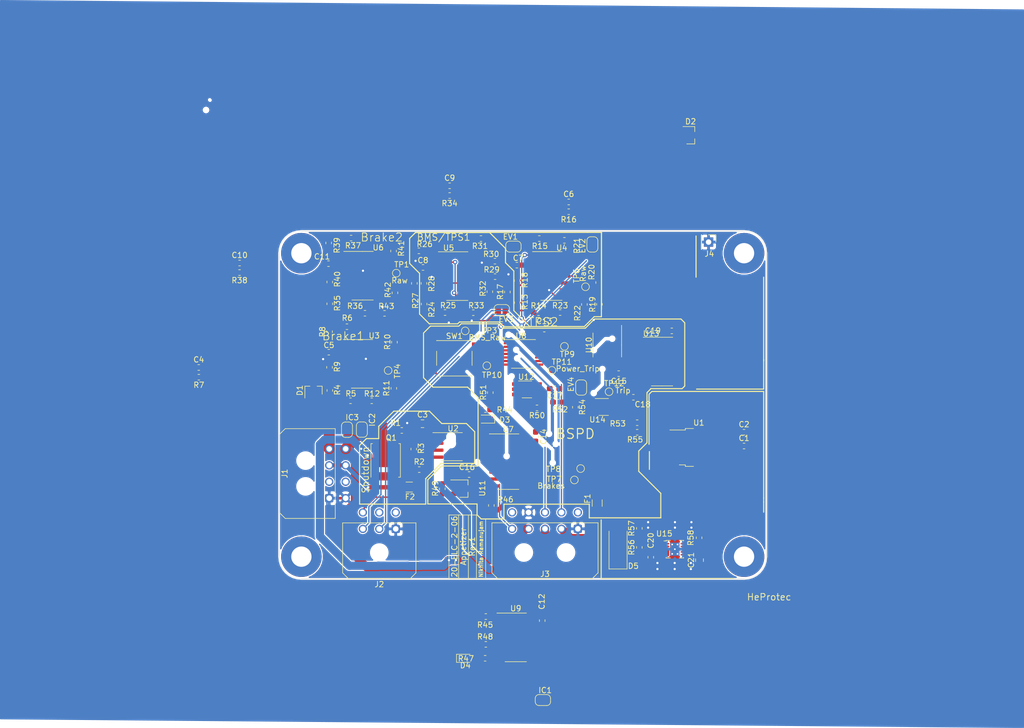
<source format=kicad_pcb>
(kicad_pcb (version 20171130) (host pcbnew "(5.1.6)-1")
  (layers (0 F.Cu signal) (31 B.Cu mixed) (34 B.Paste user) (35 F.Paste user) (36 B.SilkS user hide) (37 F.SilkS user) (38 B.Mask user) (39 F.Mask user) (44 Edge.Cuts user))
  (net 0 "")
  (net 1 GND)
  (net 2 /12V_Raw)
  (net 3 +12V)
  (net 4 +5V)
  (net 5 /Brake2_Signal_Raw)
  (net 6 /Brake1_Signal_Raw)
  (net 7 /BrakeSystemPlausibilityDevice/Signal_Lost)
  (net 8 /BrakeSystemPlausibilityDevice/Signal_Lost_TRIP)
  (net 9 /TPS2_Signal)
  (net 10 /TPS2_Connected)
  (net 11 /TPS2_Signal_Raw)
  (net 12 /BMS_or_TPS1_Signal)
  (net 13 /BOTS-)
  (net 14 /Connectors/BOTS+)
  (net 15 /VCU_Relay_Control)
  (net 16 /BMS_or_TPS1_Signal_Raw)
  (net 17 /~BSPD_TRIPPED)
  (net 18 /Shutdown_Out)
  (net 19 /BrakeSystemPlausibilityDevice/BMS_or_Throttle)
  (net 20 /Shutdown_Control)
  (net 21 /BrakeSystemPlausibilityDevice/SET)
  (net 22 "/Brake1 Signal/Vref_4V")
  (net 23 /Brake1_Signal)
  (net 24 /Brake1_Connected)
  (net 25 /BMS_or_TPS1_Connected)
  (net 26 "/Brake2 Signal/Vref_4V")
  (net 27 /Brake2_Signal)
  (net 28 /Brake2_Connected)
  (net 29 /BrakeSystemPlausibilityDevice/Power_and_Brakes)
  (net 30 /BrakeSystemPlausibilityDevice/Brakes_and_Power_TRIP)
  (net 31 /BrakeSystemPlausibilityDevice/TRIP)
  (net 32 /BrakeSystemPlausibilityDevice/~BMS_or_TPS_Connected)
  (net 33 /BrakeSystemPlausibilityDevice/~Brake_Connected)
  (net 34 /BrakeSystemPlausibilityDevice/~TPS2_Connected)
  (net 35 /BrakeSystemPlausibilityDevice/~BMS_or_TPS1_Connected)
  (net 36 /BrakeSystemPlausibilityDevice/~Brake2_Connected)
  (net 37 /BrakeSystemPlausibilityDevice/~Brake1_Connected)
  (net 38 /~Brake1_Signal)
  (net 39 "Net-(C20-Pad1)")
  (net 40 "Net-(D3-Pad1)")
  (net 41 "Net-(D4-Pad2)")
  (net 42 "Net-(F1-Pad1)")
  (net 43 "Net-(F2-Pad1)")
  (net 44 "Net-(J3-Pad10)")
  (net 45 "Net-(Q1-Pad4)")
  (net 46 "Net-(R2-Pad2)")
  (net 47 "Net-(R8-Pad1)")
  (net 48 "Net-(R11-Pad1)")
  (net 49 "Net-(R13-Pad1)")
  (net 50 "Net-(R17-Pad1)")
  (net 51 "Net-(R19-Pad1)")
  (net 52 "Net-(R22-Pad1)")
  (net 53 "Net-(R24-Pad1)")
  (net 54 "Net-(R27-Pad1)")
  (net 55 "Net-(R29-Pad1)")
  (net 56 "Net-(R32-Pad1)")
  (net 57 "Net-(R39-Pad1)")
  (net 58 "Net-(R42-Pad1)")
  (net 59 "Net-(R46-Pad1)")
  (net 60 "Net-(R50-Pad2)")
  (net 61 "Net-(R51-Pad1)")
  (net 62 "Net-(R53-Pad2)")
  (net 63 "Net-(R54-Pad1)")
  (net 64 "Net-(R56-Pad2)")
  (net 65 "Net-(R58-Pad1)")
  (net 66 "Net-(TP8-Pad1)")
  (net 67 "Net-(U2-Pad6)")
  (net 68 "Net-(U2-Pad7)")
  (net 69 "Net-(U2-Pad8)")
  (net 70 "Net-(U7-Pad1)")
  (net 71 "Net-(U7-Pad9)")
  (net 72 "Net-(U7-Pad10)")
  (net 73 "Net-(U7-Pad13)")
  (net 74 "Net-(U8-Pad11)")
  (net 75 "Net-(U9-Pad11)")
  (net 76 "Net-(U9-Pad8)")
  (net 77 "Net-(U10-Pad11)")
  (net 78 "Net-(U13-Pad12)")
  (net 79 "Net-(U15-Pad9)")
  (net 80 "Net-(U15-Pad1)")
  (module Resistor_SMD:R_0603_1608Metric_Pad1.05x0.95mm_HandSolder (layer F.Cu) (at 136.5 115.075 90)
    (fp_text reference R11 (at 0.014 -1.343 90) (layer F.SilkS))
    (fp_text value 40.2k)
    (pad 1 smd roundrect (at -0.875 0 90) (size 1.05 0.95) (layers F.Cu F.Paste F.Mask) (net 48 "Net-(R11-Pad1)"))
    (pad 2 smd roundrect (at 0.875 0 90) (size 1.05 0.95) (layers F.Cu F.Paste F.Mask) (net 4 +5V))
  )
  (module Capacitor_SMD:C_0603_1608Metric_Pad1.05x0.95mm_HandSolder (layer F.Cu) (at 124.64162 108.48158 180)
    (fp_text reference C5 (at -0.02286 1.27254) (layer F.SilkS))
    (fp_text value 0.1uF)
    (pad 2 smd roundrect (at 0.875 0 180) (size 1.05 0.95) (layers F.Cu F.Paste F.Mask) (net 1 GND))
    (pad 1 smd roundrect (at -0.875 0 180) (size 1.05 0.95) (layers F.Cu F.Paste F.Mask) (net 4 +5V))
  )
  (module Resistor_SMD:R_0603_1608Metric_Pad1.05x0.95mm_HandSolder (layer F.Cu) (at 124.76862 111.24386 270)
    (fp_text reference R9 (at -0.1029 -1.39954 90) (layer F.SilkS))
    (fp_text value 30.1k)
    (pad 2 smd roundrect (at 0.875 0 270) (size 1.05 0.95) (layers F.Cu F.Paste F.Mask) (net 47 "Net-(R8-Pad1)"))
    (pad 1 smd roundrect (at -0.875 0 270) (size 1.05 0.95) (layers F.Cu F.Paste F.Mask) (net 1 GND))
  )
  (module Resistor_SMD:R_0603_1608Metric_Pad1.05x0.95mm_HandSolder (layer F.Cu) (at 136.614 106.657 270)
    (fp_text reference R10 (at -0.0521 1.28016 90) (layer F.SilkS))
    (fp_text value 10k)
    (pad 2 smd roundrect (at 0.875 0 270) (size 1.05 0.95) (layers F.Cu F.Paste F.Mask) (net 4 +5V))
    (pad 1 smd roundrect (at -0.875 0 270) (size 1.05 0.95) (layers F.Cu F.Paste F.Mask) (net 24 /Brake1_Connected))
  )
  (module Package_SO:SO-14_3.9x8.65mm_P1.27mm (layer F.Cu) (at 130.700941 110.610441)
    (fp_text reference U3 (at 2.223519 -5.140161) (layer F.SilkS))
    (fp_text value LM239)
    (pad 14 smd roundrect (at 2.475 -3.81) (size 1.95 0.6) (layers F.Cu F.Paste F.Mask) (net 24 /Brake1_Connected))
    (pad 13 smd roundrect (at 2.475 -2.54) (size 1.95 0.6) (layers F.Cu F.Paste F.Mask) (net 24 /Brake1_Connected))
    (pad 12 smd roundrect (at 2.475 -1.27) (size 1.95 0.6) (layers F.Cu F.Paste F.Mask) (net 1 GND))
    (pad 11 smd roundrect (at 2.475 0) (size 1.95 0.6) (layers F.Cu F.Paste F.Mask) (net 22 "/Brake1 Signal/Vref_4V"))
    (pad 10 smd roundrect (at 2.475 1.27) (size 1.95 0.6) (layers F.Cu F.Paste F.Mask) (net 6 /Brake1_Signal_Raw))
    (pad 9 smd roundrect (at 2.475 2.54) (size 1.95 0.6) (layers F.Cu F.Paste F.Mask) (net 6 /Brake1_Signal_Raw))
    (pad 8 smd roundrect (at 2.475 3.81) (size 1.95 0.6) (layers F.Cu F.Paste F.Mask) (net 48 "Net-(R11-Pad1)"))
    (pad 7 smd roundrect (at -2.475 3.81) (size 1.95 0.6) (layers F.Cu F.Paste F.Mask) (net 22 "/Brake1 Signal/Vref_4V"))
    (pad 6 smd roundrect (at -2.475 2.54) (size 1.95 0.6) (layers F.Cu F.Paste F.Mask) (net 6 /Brake1_Signal_Raw))
    (pad 5 smd roundrect (at -2.475 1.27) (size 1.95 0.6) (layers F.Cu F.Paste F.Mask) (net 6 /Brake1_Signal_Raw))
    (pad 4 smd roundrect (at -2.475 0) (size 1.95 0.6) (layers F.Cu F.Paste F.Mask) (net 47 "Net-(R8-Pad1)"))
    (pad 3 smd roundrect (at -2.475 -1.27) (size 1.95 0.6) (layers F.Cu F.Paste F.Mask) (net 4 +5V))
    (pad 2 smd roundrect (at -2.475 -2.54) (size 1.95 0.6) (layers F.Cu F.Paste F.Mask) (net 23 /Brake1_Signal))
    (pad 1 smd roundrect (at -2.475 -3.81) (size 1.95 0.6) (layers F.Cu F.Paste F.Mask) (net 23 /Brake1_Signal))
  )
  (module TestPoint:TestPoint_Pad_D1.0mm (layer F.Cu) (at 135.46192 111.82028)
    (fp_text reference TP4 (at 1.68808 0.12972 270) (layer F.SilkS))
    (fp_text value TestPoint)
    (pad 1 smd circle (at 0 0) (size 1 1) (layers F.Cu F.Mask) (net 6 /Brake1_Signal_Raw))
  )
  (module Resistor_SMD:R_0603_1608Metric_Pad1.05x0.95mm_HandSolder (layer F.Cu) (at 124.77116 104.744 90)
    (fp_text reference R8 (at -0.01648 -1.28016 90) (layer F.SilkS))
    (fp_text value 20k)
    (pad 1 smd roundrect (at -0.875 0 90) (size 1.05 0.95) (layers F.Cu F.Paste F.Mask) (net 47 "Net-(R8-Pad1)"))
    (pad 2 smd roundrect (at 0.875 0 90) (size 1.05 0.95) (layers F.Cu F.Paste F.Mask) (net 4 +5V))
  )
  (module Resistor_SMD:R_0603_1608Metric_Pad1.05x0.95mm_HandSolder (layer F.Cu) (at 124.82694 115.46772 90)
    (fp_text reference R4 (at 0.10922 1.36906 90) (layer F.SilkS))
    (fp_text value 10k)
    (pad 2 smd roundrect (at 0.875 0 90) (size 1.05 0.95) (layers F.Cu F.Paste F.Mask) (net 4 +5V))
    (pad 1 smd roundrect (at -0.875 0 90) (size 1.05 0.95) (layers F.Cu F.Paste F.Mask) (net 22 "/Brake1 Signal/Vref_4V"))
  )
  (module Resistor_SMD:R_0603_1608Metric_Pad1.05x0.95mm_HandSolder (layer F.Cu) (at 132.47114 117.35126)
    (fp_text reference R12 (at 0.04194 -1.28778) (layer F.SilkS))
    (fp_text value 10k)
    (pad 2 smd roundrect (at 0.875 0) (size 1.05 0.95) (layers F.Cu F.Paste F.Mask) (net 48 "Net-(R11-Pad1)"))
    (pad 1 smd roundrect (at -0.875 0) (size 1.05 0.95) (layers F.Cu F.Paste F.Mask) (net 1 GND))
  )
  (module Resistor_SMD:R_0603_1608Metric_Pad1.05x0.95mm_HandSolder (layer F.Cu) (at 128.60024 117.35126 180)
    (fp_text reference R5 (at -0.0622 1.29794) (layer F.SilkS))
    (fp_text value 40.2k)
    (pad 1 smd roundrect (at -0.875 0 180) (size 1.05 0.95) (layers F.Cu F.Paste F.Mask) (net 1 GND))
    (pad 2 smd roundrect (at 0.875 0 180) (size 1.05 0.95) (layers F.Cu F.Paste F.Mask) (net 22 "/Brake1 Signal/Vref_4V"))
  )
  (module Resistor_SMD:R_0603_1608Metric_Pad1.05x0.95mm_HandSolder (layer F.Cu) (at 127.94994 103.83338 180)
    (fp_text reference R6 (at -0.052 1.59144) (layer F.SilkS))
    (fp_text value 10k)
    (pad 1 smd roundrect (at -0.875 0 180) (size 1.05 0.95) (layers F.Cu F.Paste F.Mask) (net 23 /Brake1_Signal))
    (pad 2 smd roundrect (at 0.875 0 180) (size 1.05 0.95) (layers F.Cu F.Paste F.Mask) (net 4 +5V))
  )
  (module Button_Switch_SMD:SW_Push_1P1T_NO_6x6mm_H9.5mm (layer F.Cu) (at 147.55 109.6)
    (fp_text reference SW1 (at 0 -4.05) (layer F.SilkS))
    (fp_text value UK-B0228-G5-160-JZ)
    (pad 2 smd rect (at 3.975 2.25) (size 1.55 1.3) (layers F.Cu F.Paste F.Mask) (net 21 /BrakeSystemPlausibilityDevice/SET))
    (pad 1 smd rect (at 3.975 -2.25) (size 1.55 1.3) (layers F.Cu F.Paste F.Mask) (net 4 +5V))
    (pad 1 smd rect (at -3.975 -2.25) (size 1.55 1.3) (layers F.Cu F.Paste F.Mask) (net 4 +5V))
    (pad 2 smd rect (at -3.975 2.25) (size 1.55 1.3) (layers F.Cu F.Paste F.Mask) (net 21 /BrakeSystemPlausibilityDevice/SET))
  )
  (module Package_SON:VSON-10-1EP_3x3mm_P0.5mm_EP1.65x2.4mm_ThermalVias (layer F.Cu) (at 187.78 144.43)
    (fp_text reference U15 (at -1.93 -2.83) (layer F.SilkS))
    (fp_text value TPS259261DRCR)
    (pad 11 smd rect (at 0 0) (size 1.65 2.4) (layers B.Cu) (net 1 GND))
    (pad 11 thru_hole circle (at 0 0) (size 0.6 0.6) (drill 0.3) (layers *.Cu) (net 1 GND))
    (pad 11 thru_hole circle (at 0.48 0.86) (size 0.6 0.6) (drill 0.3) (layers *.Cu) (net 1 GND))
    (pad 11 thru_hole circle (at 0.48 -0.86) (size 0.6 0.6) (drill 0.3) (layers *.Cu) (net 1 GND))
    (pad 11 thru_hole circle (at -0.48 0.86) (size 0.6 0.6) (drill 0.3) (layers *.Cu) (net 1 GND))
    (pad 11 thru_hole circle (at -0.48 -0.86) (size 0.6 0.6) (drill 0.3) (layers *.Cu) (net 1 GND))
    (pad 11 smd rect (at 0.25 1.55) (size 0.28 0.7) (layers F.Cu F.Paste F.Mask) (net 1 GND))
    (pad 11 smd rect (at 0.25 -1.55) (size 0.28 0.7) (layers F.Cu F.Paste F.Mask) (net 1 GND))
    (pad 11 smd rect (at -0.25 1.55) (size 0.28 0.7) (layers F.Cu F.Paste F.Mask) (net 1 GND))
    (pad 11 smd rect (at -0.25 -1.55) (size 0.28 0.7) (layers F.Cu F.Paste F.Mask) (net 1 GND))
    (pad 11 smd rect (at 0 0) (size 1.65 2.4) (layers F.Cu F.Mask) (net 1 GND))
    (pad 10 smd rect (at 1.475 -1) (size 0.85 0.28) (layers F.Cu F.Paste F.Mask) (net 65 "Net-(R58-Pad1)"))
    (pad 9 smd rect (at 1.475 -0.5) (size 0.85 0.28) (layers F.Cu F.Paste F.Mask) (net 79 "Net-(U15-Pad9)"))
    (pad 8 smd rect (at 1.475 0) (size 0.85 0.28) (layers F.Cu F.Paste F.Mask) (net 3 +12V))
    (pad 7 smd rect (at 1.475 0.5) (size 0.85 0.28) (layers F.Cu F.Paste F.Mask) (net 3 +12V))
    (pad 6 smd rect (at 1.475 1) (size 0.85 0.28) (layers F.Cu F.Paste F.Mask) (net 3 +12V))
    (pad 5 smd rect (at -1.475 1) (size 0.85 0.28) (layers F.Cu F.Paste F.Mask) (net 39 "Net-(C20-Pad1)"))
    (pad 4 smd rect (at -1.475 0.5) (size 0.85 0.28) (layers F.Cu F.Paste F.Mask) (net 39 "Net-(C20-Pad1)"))
    (pad 3 smd rect (at -1.475 0) (size 0.85 0.28) (layers F.Cu F.Paste F.Mask) (net 39 "Net-(C20-Pad1)"))
    (pad 2 smd rect (at -1.475 -0.5) (size 0.85 0.28) (layers F.Cu F.Paste F.Mask) (net 64 "Net-(R56-Pad2)"))
    (pad 1 smd rect (at -1.475 -1) (size 0.85 0.28) (layers F.Cu F.Paste F.Mask) (net 80 "Net-(U15-Pad1)"))
  )
  (module Package_SO:SOIC-14_3.9x8.7mm_P1.27mm (layer F.Cu) (at 158.75 160.528)
    (fp_text reference U9 (at 0 -5.28) (layer F.SilkS))
    (fp_text value 74HC08D,653)
    (pad 14 smd roundrect (at 2.475 -3.81) (size 1.95 0.6) (layers F.Cu F.Paste F.Mask) (net 4 +5V))
    (pad 13 smd roundrect (at 2.475 -2.54) (size 1.95 0.6) (layers F.Cu F.Paste F.Mask) (net 1 GND))
    (pad 12 smd roundrect (at 2.475 -1.27) (size 1.95 0.6) (layers F.Cu F.Paste F.Mask) (net 1 GND))
    (pad 11 smd roundrect (at 2.475 0) (size 1.95 0.6) (layers F.Cu F.Paste F.Mask) (net 75 "Net-(U9-Pad11)"))
    (pad 10 smd roundrect (at 2.475 1.27) (size 1.95 0.6) (layers F.Cu F.Paste F.Mask) (net 1 GND))
    (pad 9 smd roundrect (at 2.475 2.54) (size 1.95 0.6) (layers F.Cu F.Paste F.Mask) (net 1 GND))
    (pad 8 smd roundrect (at 2.475 3.81) (size 1.95 0.6) (layers F.Cu F.Paste F.Mask) (net 76 "Net-(U9-Pad8)"))
    (pad 7 smd roundrect (at -2.475 3.81) (size 1.95 0.6) (layers F.Cu F.Paste F.Mask) (net 1 GND))
    (pad 6 smd roundrect (at -2.475 2.54) (size 1.95 0.6) (layers F.Cu F.Paste F.Mask) (net 20 /Shutdown_Control))
    (pad 5 smd roundrect (at -2.475 1.27) (size 1.95 0.6) (layers F.Cu F.Paste F.Mask) (net 15 /VCU_Relay_Control))
    (pad 4 smd roundrect (at -2.475 0) (size 1.95 0.6) (layers F.Cu F.Paste F.Mask) (net 17 /~BSPD_TRIPPED))
    (pad 3 smd roundrect (at -2.475 -1.27) (size 1.95 0.6) (layers F.Cu F.Paste F.Mask) (net 29 /BrakeSystemPlausibilityDevice/Power_and_Brakes))
    (pad 2 smd roundrect (at -2.475 -2.54) (size 1.95 0.6) (layers F.Cu F.Paste F.Mask) (net 66 "Net-(TP8-Pad1)"))
    (pad 1 smd roundrect (at -2.475 -3.81) (size 1.95 0.6) (layers F.Cu F.Paste F.Mask) (net 19 /BrakeSystemPlausibilityDevice/BMS_or_Throttle))
  )
  (module Package_TO_SOT_SMD:TO-252-2 (layer F.Cu) (at 192.156 125.863)
    (fp_text reference U1 (at 0 -4.5) (layer F.SilkS))
    (fp_text value L78M05ABDT-TR)
    (pad 2 smd rect (at 2.1 0) (size 6.4 5.8) (layers F.Cu F.Mask) (net 1 GND))
    (pad 3 smd rect (at -4.2 2.28) (size 2.2 1.2) (layers F.Cu F.Paste F.Mask) (net 4 +5V))
    (pad 1 smd rect (at -4.2 -2.28) (size 2.2 1.2) (layers F.Cu F.Paste F.Mask) (net 3 +12V))
  )
  (module Resistor_SMD:R_0603_1608Metric_Pad1.05x0.95mm_HandSolder (layer F.Cu) (at 192.2 142.35 90)
    (fp_text reference R58 (at 0 -1.524 90) (layer F.SilkS))
    (fp_text value 43k)
    (pad 2 smd roundrect (at 0.875 0 90) (size 1.05 0.95) (layers F.Cu F.Paste F.Mask) (net 1 GND))
    (pad 1 smd roundrect (at -0.875 0 90) (size 1.05 0.95) (layers F.Cu F.Paste F.Mask) (net 65 "Net-(R58-Pad1)"))
  )
  (module Resistor_SMD:R_0603_1608Metric_Pad1.05x0.95mm_HandSolder (layer F.Cu) (at 181.3 140.625 90)
    (fp_text reference R57 (at 0 -1.43 90) (layer F.SilkS))
    (fp_text value 25k)
    (pad 2 smd roundrect (at 0.875 0 90) (size 1.05 0.95) (layers F.Cu F.Paste F.Mask) (net 1 GND))
    (pad 1 smd roundrect (at -0.875 0 90) (size 1.05 0.95) (layers F.Cu F.Paste F.Mask) (net 64 "Net-(R56-Pad2)"))
  )
  (module Resistor_SMD:R_0603_1608Metric_Pad1.05x0.95mm_HandSolder (layer F.Cu) (at 181.3 144.1 90)
    (fp_text reference R56 (at 0 -1.43 90) (layer F.SilkS))
    (fp_text value 100k)
    (pad 2 smd roundrect (at 0.875 0 90) (size 1.05 0.95) (layers F.Cu F.Paste F.Mask) (net 64 "Net-(R56-Pad2)"))
    (pad 1 smd roundrect (at -0.875 0 90) (size 1.05 0.95) (layers F.Cu F.Paste F.Mask) (net 39 "Net-(C20-Pad1)"))
  )
  (module Resistor_SMD:R_0603_1608Metric_Pad1.05x0.95mm_HandSolder (layer F.Cu) (at 108.35 93.95 180)
    (fp_text reference R38 (at 0 -1.43) (layer F.SilkS))
    (fp_text value 510k)
    (pad 2 smd roundrect (at 0.875 0 180) (size 1.05 0.95) (layers F.Cu F.Paste F.Mask) (net 5 /Brake2_Signal_Raw))
    (pad 1 smd roundrect (at -0.875 0 180) (size 1.05 0.95) (layers F.Cu F.Paste F.Mask) (net 1 GND))
  )
  (module Resistor_SMD:R_0603_1608Metric_Pad1.05x0.95mm_HandSolder (layer F.Cu) (at 146.684 79.9 180)
    (fp_text reference R34 (at 0 -1.43) (layer F.SilkS))
    (fp_text value 510k)
    (pad 2 smd roundrect (at 0.875 0 180) (size 1.05 0.95) (layers F.Cu F.Paste F.Mask) (net 16 /BMS_or_TPS1_Signal_Raw))
    (pad 1 smd roundrect (at -0.875 0 180) (size 1.05 0.95) (layers F.Cu F.Paste F.Mask) (net 1 GND))
  )
  (module Resistor_SMD:R_0603_1608Metric_Pad1.05x0.95mm_HandSolder (layer F.Cu) (at 168.414 82.85 180)
    (fp_text reference R16 (at 0 -1.43) (layer F.SilkS))
    (fp_text value 510k)
    (pad 2 smd roundrect (at 0.875 0 180) (size 1.05 0.95) (layers F.Cu F.Paste F.Mask) (net 11 /TPS2_Signal_Raw))
    (pad 1 smd roundrect (at -0.875 0 180) (size 1.05 0.95) (layers F.Cu F.Paste F.Mask) (net 1 GND))
  )
  (module Resistor_SMD:R_0603_1608Metric_Pad1.05x0.95mm_HandSolder (layer F.Cu) (at 100.925 113.05 180)
    (fp_text reference R7 (at 0 -1.43) (layer F.SilkS))
    (fp_text value 510k)
    (pad 2 smd roundrect (at 0.875 0 180) (size 1.05 0.95) (layers F.Cu F.Paste F.Mask) (net 6 /Brake1_Signal_Raw))
    (pad 1 smd roundrect (at -0.875 0 180) (size 1.05 0.95) (layers F.Cu F.Paste F.Mask) (net 1 GND))
  )
  (module Connector_Molex:Molex_Micro-Fit_3.0_43045-0600_2x03_P3.00mm_Horizontal (layer F.Cu) (at 136.85 140.73 180)
    (fp_text reference J2 (at 3 -10.12) (layer F.SilkS))
    (fp_text value Conn_02x03_Top_Bottom)
    (pad 6 thru_hole circle (at 6 3 180) (size 1.5 1.5) (drill 1.02) (layers *.Cu *.Mask) (net 17 /~BSPD_TRIPPED))
    (pad 5 thru_hole circle (at 3 3 180) (size 1.5 1.5) (drill 1.02) (layers *.Cu *.Mask) (net 38 /~Brake1_Signal))
    (pad 4 thru_hole circle (at 0 3 180) (size 1.5 1.5) (drill 1.02) (layers *.Cu *.Mask) (net 15 /VCU_Relay_Control))
    (pad 3 thru_hole circle (at 6 0 180) (size 1.5 1.5) (drill 1.02) (layers *.Cu *.Mask) (net 27 /Brake2_Signal))
    (pad 2 thru_hole circle (at 3 0 180) (size 1.5 1.5) (drill 1.02) (layers *.Cu *.Mask) (net 23 /Brake1_Signal))
    (pad 1 thru_hole roundrect (at 0 0 180) (size 1.5 1.5) (drill 1.02) (layers *.Cu *.Mask) (roundrect_rratio 0.166667) (net 1 GND))
    (pad "" np_thru_hole circle (at 3 -4.32 180) (size 3 3) (drill 3) (layers *.Cu *.Mask))
  )
  (module Diode_SMD:D_SMA_Handsoldering (layer F.Cu) (at 177.419 143.637 90)
    (fp_text reference D5 (at -3.863 2.781 180) (layer F.SilkS))
    (fp_text value SS54)
    (pad 2 smd rect (at 2.5 0 90) (size 3.5 1.8) (layers F.Cu F.Paste F.Mask) (net 2 /12V_Raw))
    (pad 1 smd rect (at -2.5 0 90) (size 3.5 1.8) (layers F.Cu F.Paste F.Mask) (net 39 "Net-(C20-Pad1)"))
  )
  (module Package_TO_SOT_SMD:SOT-23 (layer F.Cu) (at 190.65 68.9)
    (fp_text reference D2 (at 0 -2.5) (layer F.SilkS))
    (fp_text value " PSM712-LF-T7 ")
    (pad 3 smd rect (at 1 0) (size 0.9 0.8) (layers F.Cu F.Paste F.Mask) (net 1 GND))
    (pad 2 smd rect (at -1 0.95) (size 0.9 0.8) (layers F.Cu F.Paste F.Mask) (net 11 /TPS2_Signal_Raw))
    (pad 1 smd rect (at -1 -0.95) (size 0.9 0.8) (layers F.Cu F.Paste F.Mask) (net 16 /BMS_or_TPS1_Signal_Raw))
  )
  (module Package_TO_SOT_SMD:SOT-23 (layer F.Cu) (at 121.85 115.45 90)
    (fp_text reference D1 (at 0 -2.5 90) (layer F.SilkS))
    (fp_text value " PSM712-LF-T7 ")
    (pad 3 smd rect (at 1 0 90) (size 0.9 0.8) (layers F.Cu F.Paste F.Mask) (net 1 GND))
    (pad 2 smd rect (at -1 0.95 90) (size 0.9 0.8) (layers F.Cu F.Paste F.Mask) (net 6 /Brake1_Signal_Raw))
    (pad 1 smd rect (at -1 -0.95 90) (size 0.9 0.8) (layers F.Cu F.Paste F.Mask) (net 5 /Brake2_Signal_Raw))
  )
  (module Capacitor_SMD:C_0805_2012Metric_Pad1.15x1.40mm_HandSolder (layer F.Cu) (at 192.278 146.431 270)
    (fp_text reference C21 (at 0 1.524 90) (layer F.SilkS))
    (fp_text value 1uF)
    (pad 2 smd roundrect (at 1.025 0 270) (size 1.15 1.4) (layers F.Cu F.Paste F.Mask) (roundrect_rratio 0.217391) (net 1 GND))
    (pad 1 smd roundrect (at -1.025 0 270) (size 1.15 1.4) (layers F.Cu F.Paste F.Mask) (roundrect_rratio 0.217391) (net 3 +12V))
  )
  (module Capacitor_SMD:C_0603_1608Metric_Pad1.05x0.95mm_HandSolder (layer F.Cu) (at 183.388 145.9 270)
    (fp_text reference C20 (at -3.048 0 90) (layer F.SilkS))
    (fp_text value 0.1uF)
    (pad 2 smd roundrect (at 0.875 0 270) (size 1.05 0.95) (layers F.Cu F.Paste F.Mask) (net 1 GND))
    (pad 1 smd roundrect (at -0.875 0 270) (size 1.05 0.95) (layers F.Cu F.Paste F.Mask) (net 39 "Net-(C20-Pad1)"))
  )
  (module Capacitor_SMD:C_0603_1608Metric_Pad1.05x0.95mm_HandSolder (layer F.Cu) (at 108.364 92.215)
    (fp_text reference C10 (at 0 -1.43) (layer F.SilkS))
    (fp_text value 0.1uF)
    (pad 2 smd roundrect (at 0.875 0) (size 1.05 0.95) (layers F.Cu F.Paste F.Mask) (net 1 GND))
    (pad 1 smd roundrect (at -0.875 0) (size 1.05 0.95) (layers F.Cu F.Paste F.Mask) (net 5 /Brake2_Signal_Raw))
  )
  (module Capacitor_SMD:C_0603_1608Metric_Pad1.05x0.95mm_HandSolder (layer F.Cu) (at 146.684 78.125)
    (fp_text reference C9 (at 0 -1.43) (layer F.SilkS))
    (fp_text value 0.1uF)
    (pad 2 smd roundrect (at 0.875 0) (size 1.05 0.95) (layers F.Cu F.Paste F.Mask) (net 1 GND))
    (pad 1 smd roundrect (at -0.875 0) (size 1.05 0.95) (layers F.Cu F.Paste F.Mask) (net 16 /BMS_or_TPS1_Signal_Raw))
  )
  (module Capacitor_SMD:C_0603_1608Metric_Pad1.05x0.95mm_HandSolder (layer F.Cu) (at 168.414 81.075)
    (fp_text reference C6 (at 0 -1.43) (layer F.SilkS))
    (fp_text value 0.1uF)
    (pad 2 smd roundrect (at 0.875 0) (size 1.05 0.95) (layers F.Cu F.Paste F.Mask) (net 1 GND))
    (pad 1 smd roundrect (at -0.875 0) (size 1.05 0.95) (layers F.Cu F.Paste F.Mask) (net 11 /TPS2_Signal_Raw))
  )
  (module Capacitor_SMD:C_0603_1608Metric_Pad1.05x0.95mm_HandSolder (layer F.Cu) (at 100.914 111.275)
    (fp_text reference C4 (at 0 -1.43) (layer F.SilkS))
    (fp_text value 0.1uF)
    (pad 2 smd roundrect (at 0.875 0) (size 1.05 0.95) (layers F.Cu F.Paste F.Mask) (net 1 GND))
    (pad 1 smd roundrect (at -0.875 0) (size 1.05 0.95) (layers F.Cu F.Paste F.Mask) (net 6 /Brake1_Signal_Raw))
  )
  (module Capacitor_SMD:C_0805_2012Metric_Pad1.15x1.40mm_HandSolder (layer F.Cu) (at 141.732 121.539)
    (fp_text reference C3 (at 0 -1.65) (layer F.SilkS))
    (fp_text value 1uF)
    (pad 2 smd roundrect (at 1.025 0) (size 1.15 1.4) (layers F.Cu F.Paste F.Mask) (roundrect_rratio 0.217391) (net 3 +12V))
    (pad 1 smd roundrect (at -1.025 0) (size 1.15 1.4) (layers F.Cu F.Paste F.Mask) (roundrect_rratio 0.217391) (net 1 GND))
  )
  (module Capacitor_SMD:C_0603_1608Metric_Pad1.05x0.95mm_HandSolder (layer F.Cu) (at 200.406 123.093)
    (fp_text reference C2 (at 0 -1.43) (layer F.SilkS))
    (fp_text value 0.1uF)
    (pad 2 smd roundrect (at 0.875 0) (size 1.05 0.95) (layers F.Cu F.Paste F.Mask) (net 1 GND))
    (pad 1 smd roundrect (at -0.875 0) (size 1.05 0.95) (layers F.Cu F.Paste F.Mask) (net 4 +5V))
  )
  (module Capacitor_SMD:C_0603_1608Metric_Pad1.05x0.95mm_HandSolder (layer F.Cu) (at 200.406 125.603)
    (fp_text reference C1 (at 0 -1.43) (layer F.SilkS))
    (fp_text value 0.33uF)
    (pad 2 smd roundrect (at 0.875 0) (size 1.05 0.95) (layers F.Cu F.Paste F.Mask) (net 3 +12V))
    (pad 1 smd roundrect (at -0.875 0) (size 1.05 0.95) (layers F.Cu F.Paste F.Mask) (net 1 GND))
  )
  (module MountingHole:MountingHole_3.7mm_Pad_TopBottom (layer F.Cu) (at 119.634 90.424)
    (fp_text reference H3 hide)
    (fp_text value MountingHole)
    (pad 1 connect circle (at 0 0) (size 7.4 7.4) (layers B.Cu B.Mask))
    (pad 1 connect circle (at 0 0) (size 7.4 7.4) (layers F.Cu F.Mask))
    (pad 1 thru_hole circle (at 0 0) (size 4.1 4.1) (drill 3.7) (layers *.Cu *.Mask))
  )
  (module Fuse:Fuse_1206_3216Metric_Pad1.42x1.75mm_HandSolder (layer F.Cu) (at 139.319 133.096)
    (fp_text reference F2 (at 0.127 1.778) (layer F.SilkS))
    (fp_text value 1A)
    (pad 2 smd roundrect (at 1.4875 0) (size 1.425 1.75) (layers F.Cu F.Paste F.Mask) (roundrect_rratio 0.175439) (net 4 +5V))
    (pad 1 smd roundrect (at -1.4875 0) (size 1.425 1.75) (layers F.Cu F.Paste F.Mask) (roundrect_rratio 0.175439) (net 43 "Net-(F2-Pad1)"))
  )
  (module Connector_Molex:Molex_Micro-Fit_3.0_43045-1000_2x05_P3.00mm_Horizontal (layer F.Cu) (at 170.084 140.716 180)
    (fp_text reference J3 (at 6 -8.255) (layer F.SilkS))
    (fp_text value Conn_02x05_Top_Bottom)
    (pad "" np_thru_hole circle (at 2.16 -4.32 180) (size 3 3) (drill 3) (layers *.Cu *.Mask))
    (pad "" np_thru_hole circle (at 9.86 -4.32 180) (size 3 3) (drill 3) (layers *.Cu *.Mask))
    (pad 1 thru_hole roundrect (at 0 0 180) (size 1.5 1.5) (drill 1.02) (layers *.Cu *.Mask) (roundrect_rratio 0.166667) (net 1 GND))
    (pad 2 thru_hole circle (at 3 0 180) (size 1.5 1.5) (drill 1.02) (layers *.Cu *.Mask) (net 2 /12V_Raw))
    (pad 3 thru_hole circle (at 6 0 180) (size 1.5 1.5) (drill 1.02) (layers *.Cu *.Mask) (net 14 /Connectors/BOTS+))
    (pad 4 thru_hole circle (at 9 0 180) (size 1.5 1.5) (drill 1.02) (layers *.Cu *.Mask) (net 18 /Shutdown_Out))
    (pad 5 thru_hole circle (at 12 0 180) (size 1.5 1.5) (drill 1.02) (layers *.Cu *.Mask) (net 17 /~BSPD_TRIPPED))
    (pad 6 thru_hole circle (at 0 3 180) (size 1.5 1.5) (drill 1.02) (layers *.Cu *.Mask) (net 42 "Net-(F1-Pad1)"))
    (pad 7 thru_hole circle (at 3 3 180) (size 1.5 1.5) (drill 1.02) (layers *.Cu *.Mask) (net 16 /BMS_or_TPS1_Signal_Raw))
    (pad 8 thru_hole circle (at 6 3 180) (size 1.5 1.5) (drill 1.02) (layers *.Cu *.Mask) (net 11 /TPS2_Signal_Raw))
    (pad 9 thru_hole circle (at 9 3 180) (size 1.5 1.5) (drill 1.02) (layers *.Cu *.Mask) (net 1 GND))
    (pad 10 thru_hole circle (at 12 3 180) (size 1.5 1.5) (drill 1.02) (layers *.Cu *.Mask) (net 44 "Net-(J3-Pad10)"))
  )
  (module Capacitor_SMD:C_0603_1608Metric_Pad1.05x0.95mm_HandSolder (layer F.Cu) (at 163.957 104.267)
    (fp_text reference C13 (at 0 -1.43) (layer F.SilkS))
    (fp_text value 0.1uF)
    (pad 2 smd roundrect (at 0.875 0) (size 1.05 0.95) (layers F.Cu F.Paste F.Mask) (net 1 GND))
    (pad 1 smd roundrect (at -0.875 0) (size 1.05 0.95) (layers F.Cu F.Paste F.Mask) (net 4 +5V))
  )
  (module Capacitor_SMD:C_0603_1608Metric_Pad1.05x0.95mm_HandSolder (layer F.Cu) (at 177.532 112.395)
    (fp_text reference C15 (at 0.025 1.375) (layer F.SilkS))
    (fp_text value 0.1uF)
    (pad 2 smd roundrect (at 0.875 0) (size 1.05 0.95) (layers F.Cu F.Paste F.Mask) (net 4 +5V))
    (pad 1 smd roundrect (at -0.875 0) (size 1.05 0.95) (layers F.Cu F.Paste F.Mask) (net 1 GND))
  )
  (module Capacitor_SMD:C_0603_1608Metric_Pad1.05x0.95mm_HandSolder (layer F.Cu) (at 187.225 104.6 180)
    (fp_text reference C19 (at 3.475 0.025) (layer F.SilkS))
    (fp_text value 0.1uF)
    (pad 2 smd roundrect (at 0.875 0 180) (size 1.05 0.95) (layers F.Cu F.Paste F.Mask) (net 1 GND))
    (pad 1 smd roundrect (at -0.875 0 180) (size 1.05 0.95) (layers F.Cu F.Paste F.Mask) (net 4 +5V))
  )
  (module Capacitor_SMD:C_0603_1608Metric_Pad1.05x0.95mm_HandSolder (layer F.Cu) (at 163.576 157.466 270)
    (fp_text reference C12 (at -3.475 0.075 90) (layer F.SilkS))
    (fp_text value 0.1uF)
    (pad 1 smd roundrect (at -0.875 0 270) (size 1.05 0.95) (layers F.Cu F.Paste F.Mask) (net 4 +5V))
    (pad 2 smd roundrect (at 0.875 0 270) (size 1.05 0.95) (layers F.Cu F.Paste F.Mask) (net 1 GND))
  )
  (module Capacitor_SMD:C_0603_1608Metric_Pad1.05x0.95mm_HandSolder (layer F.Cu) (at 165.825 115.125)
    (fp_text reference C17 (at 0.05 1.275) (layer F.SilkS))
    (fp_text value 0.1uF)
    (pad 1 smd roundrect (at -0.875 0) (size 1.05 0.95) (layers F.Cu F.Paste F.Mask) (net 4 +5V))
    (pad 2 smd roundrect (at 0.875 0) (size 1.05 0.95) (layers F.Cu F.Paste F.Mask) (net 1 GND))
  )
  (module Capacitor_SMD:C_0603_1608Metric_Pad1.05x0.95mm_HandSolder (layer F.Cu) (at 180.213 116.713)
    (fp_text reference C18 (at 1.70118 1.29714) (layer F.SilkS))
    (fp_text value 0.1uF)
    (pad 1 smd roundrect (at -0.875 0) (size 1.05 0.95) (layers F.Cu F.Paste F.Mask) (net 4 +5V))
    (pad 2 smd roundrect (at 0.875 0) (size 1.05 0.95) (layers F.Cu F.Paste F.Mask) (net 1 GND))
  )
  (module Capacitor_SMD:C_0603_1608Metric_Pad1.05x0.95mm_HandSolder (layer F.Cu) (at 150.241 130.81 180)
    (fp_text reference C16 (at 0.39614 1.34282) (layer F.SilkS))
    (fp_text value 0.1uF)
    (pad 2 smd roundrect (at 0.875 0 180) (size 1.05 0.95) (layers F.Cu F.Paste F.Mask) (net 1 GND))
    (pad 1 smd roundrect (at -0.875 0 180) (size 1.05 0.95) (layers F.Cu F.Paste F.Mask) (net 4 +5V))
  )
  (module Capacitor_SMD:C_0603_1608Metric_Pad1.05x0.95mm_HandSolder (layer F.Cu) (at 162.375 123.9 270)
    (fp_text reference C14 (at 0 -1.43 90) (layer F.SilkS))
    (fp_text value 0.1uF)
    (pad 1 smd roundrect (at -0.875 0 270) (size 1.05 0.95) (layers F.Cu F.Paste F.Mask) (net 4 +5V))
    (pad 2 smd roundrect (at 0.875 0 270) (size 1.05 0.95) (layers F.Cu F.Paste F.Mask) (net 1 GND))
  )
  (module Capacitor_SMD:C_0603_1608Metric_Pad1.05x0.95mm_HandSolder (layer F.Cu) (at 158.95 92.6 180)
    (fp_text reference C7 (at -0.26482 1.28446) (layer F.SilkS))
    (fp_text value 0.1uF)
    (pad 2 smd roundrect (at 0.875 0 180) (size 1.05 0.95) (layers F.Cu F.Paste F.Mask) (net 1 GND))
    (pad 1 smd roundrect (at -0.875 0 180) (size 1.05 0.95) (layers F.Cu F.Paste F.Mask) (net 4 +5V))
  )
  (module Capacitor_SMD:C_0603_1608Metric_Pad1.05x0.95mm_HandSolder (layer F.Cu) (at 141.825 93.025 180)
    (fp_text reference C8 (at 0 1.3) (layer F.SilkS))
    (fp_text value 0.1uF)
    (pad 1 smd roundrect (at -0.875 0 180) (size 1.05 0.95) (layers F.Cu F.Paste F.Mask) (net 4 +5V))
    (pad 2 smd roundrect (at 0.875 0 180) (size 1.05 0.95) (layers F.Cu F.Paste F.Mask) (net 1 GND))
  )
  (module Capacitor_SMD:C_0603_1608Metric_Pad1.05x0.95mm_HandSolder (layer F.Cu) (at 124.583 92.329 180)
    (fp_text reference C11 (at 1.177 1.28218) (layer F.SilkS))
    (fp_text value 0.1uF)
    (pad 2 smd roundrect (at 0.875 0 180) (size 1.05 0.95) (layers F.Cu F.Paste F.Mask) (net 1 GND))
    (pad 1 smd roundrect (at -0.875 0 180) (size 1.05 0.95) (layers F.Cu F.Paste F.Mask) (net 4 +5V))
  )
  (module LED_SMD:LED_0603_1608Metric_Pad1.05x0.95mm_HandSolder (layer F.Cu) (at 149.606 164.338)
    (fp_text reference D4 (at -0.05 1.3) (layer F.SilkS))
    (fp_text value LED)
    (pad 1 smd roundrect (at -0.875 0) (size 1.05 0.95) (layers F.Cu F.Paste F.Mask) (net 1 GND))
    (pad 2 smd roundrect (at 0.875 0) (size 1.05 0.95) (layers F.Cu F.Paste F.Mask) (net 41 "Net-(D4-Pad2)"))
  )
  (module LED_SMD:LED_0603_1608Metric_Pad1.05x0.95mm_HandSolder (layer F.Cu) (at 153.24966 120.69826 180)
    (fp_text reference D3 (at -3.4912 -0.127) (layer F.SilkS))
    (fp_text value LED)
    (pad 2 smd roundrect (at 0.875 0 180) (size 1.05 0.95) (layers F.Cu F.Paste F.Mask) (net 4 +5V))
    (pad 1 smd roundrect (at -0.875 0 180) (size 1.05 0.95) (layers F.Cu F.Paste F.Mask) (net 40 "Net-(D3-Pad1)"))
  )
  (module Jumper:SolderJumper-2_P1.3mm_Open_RoundedPad1.0x1.5mm (layer F.Cu) (at 170.688 114.935 90)
    (fp_text reference EV4 (at 0.5946 -1.87452 270) (layer F.SilkS))
    (fp_text value Jumper_NO)
    (pad 2 smd custom (at 0.65 0 90) (size 1 0.5) (layers F.Cu F.Mask) (net 8 /BrakeSystemPlausibilityDevice/Signal_Lost_TRIP) (options (clearance outline) (anchor rect)) (primitives (gr_circle (center 0 0.25) (end 0.5 0.25) (width 0)) (gr_circle (center 0 -0.25) (end 0.5 -0.25) (width 0)) (gr_poly (pts (xy 0 -0.75) (xy -0.5 -0.75) (xy -0.5 0.75) (xy 0 0.75)) (width 0))))
    (pad 1 smd custom (at -0.65 0 90) (size 1 0.5) (layers F.Cu F.Mask) (net 7 /BrakeSystemPlausibilityDevice/Signal_Lost) (options (clearance outline) (anchor rect)) (primitives (gr_circle (center 0 0.25) (end 0.5 0.25) (width 0)) (gr_circle (center 0 -0.25) (end 0.5 -0.25) (width 0)) (gr_poly (pts (xy 0 -0.75) (xy 0.5 -0.75) (xy 0.5 0.75) (xy 0 0.75)) (width 0))))
  )
  (module Jumper:SolderJumper-2_P1.3mm_Open_RoundedPad1.0x1.5mm (layer F.Cu) (at 158.325 89.225 180)
    (fp_text reference EV1 (at 0.55 1.8) (layer F.SilkS))
    (fp_text value Jumper_NO)
    (pad 2 smd custom (at 0.65 0 180) (size 1 0.5) (layers F.Cu F.Mask) (net 1 GND) (options (clearance outline) (anchor rect)) (primitives (gr_circle (center 0 0.25) (end 0.5 0.25) (width 0)) (gr_circle (center 0 -0.25) (end 0.5 -0.25) (width 0)) (gr_poly (pts (xy 0 -0.75) (xy -0.5 -0.75) (xy -0.5 0.75) (xy 0 0.75)) (width 0))))
    (pad 1 smd custom (at -0.65 0 180) (size 1 0.5) (layers F.Cu F.Mask) (net 9 /TPS2_Signal) (options (clearance outline) (anchor rect)) (primitives (gr_circle (center 0 0.25) (end 0.5 0.25) (width 0)) (gr_circle (center 0 -0.25) (end 0.5 -0.25) (width 0)) (gr_poly (pts (xy 0 -0.75) (xy 0.5 -0.75) (xy 0.5 0.75) (xy 0 0.75)) (width 0))))
  )
  (module Jumper:SolderJumper-2_P1.3mm_Open_RoundedPad1.0x1.5mm (layer F.Cu) (at 172.725 88.825 270)
    (fp_text reference EV2 (at 0.25 1.8 90) (layer F.SilkS))
    (fp_text value Jumper_NO)
    (pad 1 smd custom (at -0.65 0 270) (size 1 0.5) (layers F.Cu F.Mask) (net 4 +5V) (options (clearance outline) (anchor rect)) (primitives (gr_circle (center 0 0.25) (end 0.5 0.25) (width 0)) (gr_circle (center 0 -0.25) (end 0.5 -0.25) (width 0)) (gr_poly (pts (xy 0 -0.75) (xy 0.5 -0.75) (xy 0.5 0.75) (xy 0 0.75)) (width 0))))
    (pad 2 smd custom (at 0.65 0 270) (size 1 0.5) (layers F.Cu F.Mask) (net 10 /TPS2_Connected) (options (clearance outline) (anchor rect)) (primitives (gr_circle (center 0 0.25) (end 0.5 0.25) (width 0)) (gr_circle (center 0 -0.25) (end 0.5 -0.25) (width 0)) (gr_poly (pts (xy 0 -0.75) (xy -0.5 -0.75) (xy -0.5 0.75) (xy 0 0.75)) (width 0))))
  )
  (module Jumper:SolderJumper-2_P1.3mm_Open_RoundedPad1.0x1.5mm (layer F.Cu) (at 156.2 100.8 180)
    (fp_text reference EV3 (at -0.77454 -1.66106) (layer F.SilkS))
    (fp_text value Jumper_NO)
    (pad 1 smd custom (at -0.65 0 180) (size 1 0.5) (layers F.Cu F.Mask) (net 11 /TPS2_Signal_Raw) (options (clearance outline) (anchor rect)) (primitives (gr_circle (center 0 0.25) (end 0.5 0.25) (width 0)) (gr_circle (center 0 -0.25) (end 0.5 -0.25) (width 0)) (gr_poly (pts (xy 0 -0.75) (xy 0.5 -0.75) (xy 0.5 0.75) (xy 0 0.75)) (width 0))))
    (pad 2 smd custom (at 0.65 0 180) (size 1 0.5) (layers F.Cu F.Mask) (net 1 GND) (options (clearance outline) (anchor rect)) (primitives (gr_circle (center 0 0.25) (end 0.5 0.25) (width 0)) (gr_circle (center 0 -0.25) (end 0.5 -0.25) (width 0)) (gr_poly (pts (xy 0 -0.75) (xy -0.5 -0.75) (xy -0.5 0.75) (xy 0 0.75)) (width 0))))
  )
  (module Fuse:Fuse_1206_3216Metric_Pad1.42x1.75mm_HandSolder (layer F.Cu) (at 173.609 136.017 90)
    (fp_text reference F1 (at 0.81448 -1.76728 90) (layer F.SilkS))
    (fp_text value 1A)
    (pad 2 smd roundrect (at 1.4875 0 90) (size 1.425 1.75) (layers F.Cu F.Paste F.Mask) (roundrect_rratio 0.175439) (net 4 +5V))
    (pad 1 smd roundrect (at -1.4875 0 90) (size 1.425 1.75) (layers F.Cu F.Paste F.Mask) (roundrect_rratio 0.175439) (net 42 "Net-(F1-Pad1)"))
  )
  (module MountingHole:MountingHole_3.7mm_Pad_TopBottom (layer F.Cu) (at 200.406 90.424)
    (fp_text reference H1 hide)
    (fp_text value MountingHole)
    (pad 1 connect circle (at 0 0) (size 7.4 7.4) (layers B.Cu B.Mask))
    (pad 1 connect circle (at 0 0) (size 7.4 7.4) (layers F.Cu F.Mask))
    (pad 1 thru_hole circle (at 0 0) (size 4.1 4.1) (drill 3.7) (layers *.Cu *.Mask))
  )
  (module MountingHole:MountingHole_3.7mm_Pad_TopBottom (layer F.Cu) (at 200.406 145.796 180)
    (fp_text reference H2 hide)
    (fp_text value MountingHole)
    (pad 1 thru_hole circle (at 0 0 180) (size 4.1 4.1) (drill 3.7) (layers *.Cu *.Mask))
    (pad 1 connect circle (at 0 0 180) (size 7.4 7.4) (layers F.Cu F.Mask))
    (pad 1 connect circle (at 0 0 180) (size 7.4 7.4) (layers B.Cu B.Mask))
  )
  (module MountingHole:MountingHole_3.7mm_Pad_TopBottom (layer F.Cu) (at 119.634 145.796 180)
    (fp_text reference H4 hide)
    (fp_text value MountingHole)
    (pad 1 thru_hole circle (at 0 0 180) (size 4.1 4.1) (drill 3.7) (layers *.Cu *.Mask))
    (pad 1 connect circle (at 0 0 180) (size 7.4 7.4) (layers F.Cu F.Mask))
    (pad 1 connect circle (at 0 0 180) (size 7.4 7.4) (layers B.Cu B.Mask))
  )
  (module Jumper:SolderJumper-2_P1.3mm_Open_RoundedPad1.0x1.5mm (layer F.Cu) (at 130.66522 122.60326 90)
    (fp_text reference IC2 (at 1.77546 1.88976 90) (layer F.SilkS))
    (fp_text value Jumper_NO)
    (pad 1 smd custom (at -0.65 0 90) (size 1 0.5) (layers F.Cu F.Mask) (net 14 /Connectors/BOTS+) (options (clearance outline) (anchor rect)) (primitives (gr_circle (center 0 0.25) (end 0.5 0.25) (width 0)) (gr_circle (center 0 -0.25) (end 0.5 -0.25) (width 0)) (gr_poly (pts (xy 0 -0.75) (xy 0.5 -0.75) (xy 0.5 0.75) (xy 0 0.75)) (width 0))))
    (pad 2 smd custom (at 0.65 0 90) (size 1 0.5) (layers F.Cu F.Mask) (net 13 /BOTS-) (options (clearance outline) (anchor rect)) (primitives (gr_circle (center 0 0.25) (end 0.5 0.25) (width 0)) (gr_circle (center 0 -0.25) (end 0.5 -0.25) (width 0)) (gr_poly (pts (xy 0 -0.75) (xy -0.5 -0.75) (xy -0.5 0.75) (xy 0 0.75)) (width 0))))
  )
  (module Jumper:SolderJumper-2_P1.3mm_Open_RoundedPad1.0x1.5mm (layer F.Cu) (at 127.95504 122.62842 90)
    (fp_text reference IC3 (at 2.24512 0.94488 180) (layer F.SilkS))
    (fp_text value Jumper_NO)
    (pad 2 smd custom (at 0.65 0 90) (size 1 0.5) (layers F.Cu F.Mask) (net 13 /BOTS-) (options (clearance outline) (anchor rect)) (primitives (gr_circle (center 0 0.25) (end 0.5 0.25) (width 0)) (gr_circle (center 0 -0.25) (end 0.5 -0.25) (width 0)) (gr_poly (pts (xy 0 -0.75) (xy -0.5 -0.75) (xy -0.5 0.75) (xy 0 0.75)) (width 0))))
    (pad 1 smd custom (at -0.65 0 90) (size 1 0.5) (layers F.Cu F.Mask) (net 14 /Connectors/BOTS+) (options (clearance outline) (anchor rect)) (primitives (gr_circle (center 0 0.25) (end 0.5 0.25) (width 0)) (gr_circle (center 0 -0.25) (end 0.5 -0.25) (width 0)) (gr_poly (pts (xy 0 -0.75) (xy 0.5 -0.75) (xy 0.5 0.75) (xy 0 0.75)) (width 0))))
  )
  (module Jumper:SolderJumper-2_P1.3mm_Open_RoundedPad1.0x1.5mm (layer F.Cu) (at 163.703 171.958)
    (fp_text reference IC1 (at 0.40842 -1.78134) (layer F.SilkS))
    (fp_text value Jumper_NO)
    (pad 1 smd custom (at -0.65 0) (size 1 0.5) (layers F.Cu F.Mask) (net 15 /VCU_Relay_Control) (options (clearance outline) (anchor rect)) (primitives (gr_circle (center 0 0.25) (end 0.5 0.25) (width 0)) (gr_circle (center 0 -0.25) (end 0.5 -0.25) (width 0)) (gr_poly (pts (xy 0 -0.75) (xy 0.5 -0.75) (xy 0.5 0.75) (xy 0 0.75)) (width 0))))
    (pad 2 smd custom (at 0.65 0) (size 1 0.5) (layers F.Cu F.Mask) (net 4 +5V) (options (clearance outline) (anchor rect)) (primitives (gr_circle (center 0 0.25) (end 0.5 0.25) (width 0)) (gr_circle (center 0 -0.25) (end 0.5 -0.25) (width 0)) (gr_poly (pts (xy 0 -0.75) (xy -0.5 -0.75) (xy -0.5 0.75) (xy 0 0.75)) (width 0))))
  )
  (module Connector_Molex:Molex_Micro-Fit_3.0_43045-0800_2x04_P3.00mm_Horizontal (layer F.Cu) (at 124.714 135.128 90)
    (fp_text reference J1 (at 4.5 -8.128 90) (layer F.SilkS))
    (fp_text value Conn_02x04_Top_Bottom)
    (pad "" np_thru_hole circle (at 2.16 -4.32 90) (size 3 3) (drill 3) (layers *.Cu *.Mask))
    (pad "" np_thru_hole circle (at 6.86 -4.32 90) (size 3 3) (drill 3) (layers *.Cu *.Mask))
    (pad 1 thru_hole roundrect (at 0 0 90) (size 1.5 1.5) (drill 1.02) (layers *.Cu *.Mask) (roundrect_rratio 0.166667) (net 1 GND))
    (pad 2 thru_hole circle (at 3 0 90) (size 1.5 1.5) (drill 1.02) (layers *.Cu *.Mask) (net 6 /Brake1_Signal_Raw))
    (pad 3 thru_hole circle (at 6 0 90) (size 1.5 1.5) (drill 1.02) (layers *.Cu *.Mask) (net 43 "Net-(F2-Pad1)"))
    (pad 4 thru_hole circle (at 9 0 90) (size 1.5 1.5) (drill 1.02) (layers *.Cu *.Mask) (net 13 /BOTS-))
    (pad 5 thru_hole circle (at 0 3 90) (size 1.5 1.5) (drill 1.02) (layers *.Cu *.Mask) (net 1 GND))
    (pad 6 thru_hole circle (at 3 3 90) (size 1.5 1.5) (drill 1.02) (layers *.Cu *.Mask) (net 5 /Brake2_Signal_Raw))
    (pad 7 thru_hole circle (at 6 3 90) (size 1.5 1.5) (drill 1.02) (layers *.Cu *.Mask) (net 43 "Net-(F2-Pad1)"))
    (pad 8 thru_hole circle (at 9 3 90) (size 1.5 1.5) (drill 1.02) (layers *.Cu *.Mask) (net 14 /Connectors/BOTS+))
  )
  (module Connector_PinHeader_2.54mm:PinHeader_1x01_P2.54mm_Vertical (layer F.Cu) (at 193.929 88.392 270)
    (fp_text reference J4 (at 2.14884 -0.14732) (layer F.SilkS))
    (fp_text value Conn_01x01)
    (pad 1 thru_hole rect (at 0 0 270) (size 1.7 1.7) (drill 1) (layers *.Cu *.Mask) (net 1 GND))
  )
  (module Package_TO_SOT_SMD:TDSON-8-1 (layer F.Cu) (at 135.01272 128.23464 90)
    (fp_text reference Q1 (at 4.13786 1.01698 180) (layer F.SilkS))
    (fp_text value CSD18512Q5B)
    (pad 1 smd rect (at -2.9 -1.905 90) (size 0.85 0.5) (layers F.Cu F.Paste F.Mask) (net 18 /Shutdown_Out))
    (pad 2 smd rect (at -2.9 -0.635 90) (size 0.85 0.5) (layers F.Cu F.Paste F.Mask) (net 18 /Shutdown_Out))
    (pad 3 smd rect (at -2.9 0.635 90) (size 0.85 0.5) (layers F.Cu F.Paste F.Mask) (net 18 /Shutdown_Out))
    (pad 4 smd rect (at -2.9 1.905 90) (size 0.85 0.5) (layers F.Cu F.Paste F.Mask) (net 45 "Net-(Q1-Pad4)"))
    (pad 5 smd rect (at 1.05 0 90) (size 4.55 4.41) (layers F.Cu) (net 13 /BOTS-))
  )
  (module Resistor_SMD:R_0603_1608Metric_Pad1.05x0.95mm_HandSolder (layer F.Cu) (at 137.96264 122.76582)
    (fp_text reference R1 (at -1.1557 -1.35636) (layer F.SilkS))
    (fp_text value 1M)
    (pad 2 smd roundrect (at 0.875 0) (size 1.05 0.95) (layers F.Cu F.Paste F.Mask) (net 20 /Shutdown_Control))
    (pad 1 smd roundrect (at -0.875 0) (size 1.05 0.95) (layers F.Cu F.Paste F.Mask) (net 1 GND))
  )
  (module Resistor_SMD:R_0603_1608Metric_Pad1.05x0.95mm_HandSolder (layer F.Cu) (at 141.13772 129.90964)
    (fp_text reference R2 (at 0 -1.43) (layer F.SilkS))
    (fp_text value 220)
    (pad 2 smd roundrect (at 0.875 0) (size 1.05 0.95) (layers F.Cu F.Paste F.Mask) (net 46 "Net-(R2-Pad2)"))
    (pad 1 smd roundrect (at -0.875 0) (size 1.05 0.95) (layers F.Cu F.Paste F.Mask) (net 45 "Net-(Q1-Pad4)"))
  )
  (module Resistor_SMD:R_0603_1608Metric_Pad1.05x0.95mm_HandSolder (layer F.Cu) (at 140.13772 126.15964 270)
    (fp_text reference R3 (at -0.125 -1.35 270) (layer F.SilkS))
    (fp_text value 1M)
    (pad 1 smd roundrect (at -0.875 0 270) (size 1.05 0.95) (layers F.Cu F.Paste F.Mask) (net 18 /Shutdown_Out))
    (pad 2 smd roundrect (at 0.875 0 270) (size 1.05 0.95) (layers F.Cu F.Paste F.Mask) (net 45 "Net-(Q1-Pad4)"))
  )
  (module Resistor_SMD:R_0603_1608Metric_Pad1.05x0.95mm_HandSolder (layer F.Cu) (at 153.289 156.718 180)
    (fp_text reference R45 (at 0.127 -1.524) (layer F.SilkS))
    (fp_text value 10k)
    (pad 1 smd roundrect (at -0.875 0 180) (size 1.05 0.95) (layers F.Cu F.Paste F.Mask) (net 19 /BrakeSystemPlausibilityDevice/BMS_or_Throttle))
    (pad 2 smd roundrect (at 0.875 0 180) (size 1.05 0.95) (layers F.Cu F.Paste F.Mask) (net 1 GND))
  )
  (module Resistor_SMD:R_0603_1608Metric_Pad1.05x0.95mm_HandSolder (layer F.Cu) (at 153.289 161.798 180)
    (fp_text reference R48 (at 0.127 1.397) (layer F.SilkS))
    (fp_text value 10k)
    (pad 1 smd roundrect (at -0.875 0 180) (size 1.05 0.95) (layers F.Cu F.Paste F.Mask) (net 15 /VCU_Relay_Control))
    (pad 2 smd roundrect (at 0.875 0 180) (size 1.05 0.95) (layers F.Cu F.Paste F.Mask) (net 1 GND))
  )
  (module Resistor_SMD:R_0603_1608Metric_Pad1.05x0.95mm_HandSolder (layer F.Cu) (at 154.10434 115.8608 90)
    (fp_text reference R51 (at 0.04188 -1.28524 90) (layer F.SilkS))
    (fp_text value 180k)
    (pad 2 smd roundrect (at 0.875 0 90) (size 1.05 0.95) (layers F.Cu F.Paste F.Mask) (net 1 GND))
    (pad 1 smd roundrect (at -0.875 0 90) (size 1.05 0.95) (layers F.Cu F.Paste F.Mask) (net 61 "Net-(R51-Pad1)"))
  )
  (module Resistor_SMD:R_0603_1608Metric_Pad1.05x0.95mm_HandSolder (layer F.Cu) (at 169.625 118.525 90)
    (fp_text reference R54 (at 0.025 1.275 90) (layer F.SilkS))
    (fp_text value 150k)
    (pad 1 smd roundrect (at -0.875 0 90) (size 1.05 0.95) (layers F.Cu F.Paste F.Mask) (net 63 "Net-(R54-Pad1)"))
    (pad 2 smd roundrect (at 0.875 0 90) (size 1.05 0.95) (layers F.Cu F.Paste F.Mask) (net 1 GND))
  )
  (module Resistor_SMD:R_0603_1608Metric_Pad1.05x0.95mm_HandSolder (layer F.Cu) (at 153.162 164.338)
    (fp_text reference R47 (at -3.5007 0.05154) (layer F.SilkS))
    (fp_text value 4.7k)
    (pad 2 smd roundrect (at 0.875 0) (size 1.05 0.95) (layers F.Cu F.Paste F.Mask) (net 20 /Shutdown_Control))
    (pad 1 smd roundrect (at -0.875 0) (size 1.05 0.95) (layers F.Cu F.Paste F.Mask) (net 41 "Net-(D4-Pad2)"))
  )
  (module Resistor_SMD:R_0603_1608Metric_Pad1.05x0.95mm_HandSolder (layer F.Cu) (at 162.625 118.65)
    (fp_text reference R50 (at 0 1.375) (layer F.SilkS))
    (fp_text value 1M)
    (pad 1 smd roundrect (at -0.875 0) (size 1.05 0.95) (layers F.Cu F.Paste F.Mask) (net 4 +5V))
    (pad 2 smd roundrect (at 0.875 0) (size 1.05 0.95) (layers F.Cu F.Paste F.Mask) (net 60 "Net-(R50-Pad2)"))
  )
  (module Resistor_SMD:R_0603_1608Metric_Pad1.05x0.95mm_HandSolder (layer F.Cu) (at 166.425 117.6)
    (fp_text reference R52 (at 0.4 1.35) (layer F.SilkS))
    (fp_text value 680k)
    (pad 2 smd roundrect (at 0.875 0) (size 1.05 0.95) (layers F.Cu F.Paste F.Mask) (net 1 GND))
    (pad 1 smd roundrect (at -0.875 0) (size 1.05 0.95) (layers F.Cu F.Paste F.Mask) (net 60 "Net-(R50-Pad2)"))
  )
  (module Resistor_SMD:R_0603_1608Metric_Pad1.05x0.95mm_HandSolder (layer F.Cu) (at 180.9 121.35 180)
    (fp_text reference R53 (at 3.5318 -0.1763) (layer F.SilkS))
    (fp_text value 1M)
    (pad 2 smd roundrect (at 0.875 0 180) (size 1.05 0.95) (layers F.Cu F.Paste F.Mask) (net 62 "Net-(R53-Pad2)"))
    (pad 1 smd roundrect (at -0.875 0 180) (size 1.05 0.95) (layers F.Cu F.Paste F.Mask) (net 4 +5V))
  )
  (module Resistor_SMD:R_0603_1608Metric_Pad1.05x0.95mm_HandSolder (layer F.Cu) (at 180.9 123.1)
    (fp_text reference R55 (at -0.3822 1.34222 180) (layer F.SilkS))
    (fp_text value 523k)
    (pad 1 smd roundrect (at -0.875 0) (size 1.05 0.95) (layers F.Cu F.Paste F.Mask) (net 62 "Net-(R53-Pad2)"))
    (pad 2 smd roundrect (at 0.875 0) (size 1.05 0.95) (layers F.Cu F.Paste F.Mask) (net 1 GND))
  )
  (module Resistor_SMD:R_0603_1608Metric_Pad1.05x0.95mm_HandSolder (layer F.Cu) (at 154.3 136.45 270)
    (fp_text reference R46 (at -1.075 -2.575 180) (layer F.SilkS))
    (fp_text value 10k)
    (pad 2 smd roundrect (at 0.875 0 270) (size 1.05 0.95) (layers F.Cu F.Paste F.Mask) (net 4 +5V))
    (pad 1 smd roundrect (at -0.875 0 270) (size 1.05 0.95) (layers F.Cu F.Paste F.Mask) (net 59 "Net-(R46-Pad1)"))
  )
  (module Resistor_SMD:R_0603_1608Metric_Pad1.05x0.95mm_HandSolder (layer F.Cu) (at 153.2014 118.96598 180)
    (fp_text reference R44 (at -3.53692 -0.0254) (layer F.SilkS))
    (fp_text value 4.7k)
    (pad 1 smd roundrect (at -0.875 0 180) (size 1.05 0.95) (layers F.Cu F.Paste F.Mask) (net 17 /~BSPD_TRIPPED))
    (pad 2 smd roundrect (at 0.875 0 180) (size 1.05 0.95) (layers F.Cu F.Paste F.Mask) (net 40 "Net-(D3-Pad1)"))
  )
  (module Resistor_SMD:R_0603_1608Metric_Pad1.05x0.95mm_HandSolder (layer F.Cu) (at 145.35 133.425 90)
    (fp_text reference R49 (at 0.075 -1.275 90) (layer F.SilkS))
    (fp_text value 10k)
    (pad 2 smd roundrect (at 0.875 0 90) (size 1.05 0.95) (layers F.Cu F.Paste F.Mask) (net 1 GND))
    (pad 1 smd roundrect (at -0.875 0 90) (size 1.05 0.95) (layers F.Cu F.Paste F.Mask) (net 21 /BrakeSystemPlausibilityDevice/SET))
  )
  (module Resistor_SMD:R_0603_1608Metric_Pad1.05x0.95mm_HandSolder (layer F.Cu) (at 159.025 99.45 90)
    (fp_text reference R13 (at 0.125 1.375 90) (layer F.SilkS))
    (fp_text value 10k)
    (pad 1 smd roundrect (at -0.875 0 90) (size 1.05 0.95) (layers F.Cu F.Paste F.Mask) (net 49 "Net-(R13-Pad1)"))
    (pad 2 smd roundrect (at 0.875 0 90) (size 1.05 0.95) (layers F.Cu F.Paste F.Mask) (net 4 +5V))
  )
  (module Resistor_SMD:R_0603_1608Metric_Pad1.05x0.95mm_HandSolder (layer F.Cu) (at 162.9 101.275 180)
    (fp_text reference R14 (at -0.025 1.275) (layer F.SilkS))
    (fp_text value 40.2k)
    (pad 2 smd roundrect (at 0.875 0 180) (size 1.05 0.95) (layers F.Cu F.Paste F.Mask) (net 49 "Net-(R13-Pad1)"))
    (pad 1 smd roundrect (at -0.875 0 180) (size 1.05 0.95) (layers F.Cu F.Paste F.Mask) (net 1 GND))
  )
  (module Resistor_SMD:R_0603_1608Metric_Pad1.05x0.95mm_HandSolder (layer F.Cu) (at 157.225 97.5 270)
    (fp_text reference R17 (at -0.025 1.3 90) (layer F.SilkS))
    (fp_text value 0)
    (pad 1 smd roundrect (at -0.875 0 270) (size 1.05 0.95) (layers F.Cu F.Paste F.Mask) (net 50 "Net-(R17-Pad1)"))
    (pad 2 smd roundrect (at 0.875 0 270) (size 1.05 0.95) (layers F.Cu F.Paste F.Mask) (net 4 +5V))
  )
  (module Resistor_SMD:R_0603_1608Metric_Pad1.05x0.95mm_HandSolder (layer F.Cu) (at 159 95.425 270)
    (fp_text reference R18 (at -0.1 -1.4 90) (layer F.SilkS))
    (fp_text value 0)
    (pad 1 smd roundrect (at -0.875 0 270) (size 1.05 0.95) (layers F.Cu F.Paste F.Mask) (net 1 GND))
    (pad 2 smd roundrect (at 0.875 0 270) (size 1.05 0.95) (layers F.Cu F.Paste F.Mask) (net 50 "Net-(R17-Pad1)"))
  )
  (module Resistor_SMD:R_0603_1608Metric_Pad1.05x0.95mm_HandSolder (layer F.Cu) (at 174.025 99.75 270)
    (fp_text reference R19 (at 0.025 1.275 90) (layer F.SilkS))
    (fp_text value 5k)
    (pad 2 smd roundrect (at 0.875 0 270) (size 1.05 0.95) (layers F.Cu F.Paste F.Mask) (net 4 +5V))
    (pad 1 smd roundrect (at -0.875 0 270) (size 1.05 0.95) (layers F.Cu F.Paste F.Mask) (net 51 "Net-(R19-Pad1)"))
  )
  (module Resistor_SMD:R_0603_1608Metric_Pad1.05x0.95mm_HandSolder (layer F.Cu) (at 173.875 95.775 90)
    (fp_text reference R20 (at 1.9 -1.275 90) (layer F.SilkS))
    (fp_text value 40.2k)
    (pad 1 smd roundrect (at -0.875 0 90) (size 1.05 0.95) (layers F.Cu F.Paste F.Mask) (net 1 GND))
    (pad 2 smd roundrect (at 0.875 0 90) (size 1.05 0.95) (layers F.Cu F.Paste F.Mask) (net 51 "Net-(R19-Pad1)"))
  )
  (module Resistor_SMD:R_0603_1608Metric_Pad1.05x0.95mm_HandSolder (layer F.Cu) (at 171.275 99.775 90)
    (fp_text reference R22 (at -1.58624 -1.26264 90) (layer F.SilkS))
    (fp_text value 40.2k)
    (pad 2 smd roundrect (at 0.875 0 90) (size 1.05 0.95) (layers F.Cu F.Paste F.Mask) (net 4 +5V))
    (pad 1 smd roundrect (at -0.875 0 90) (size 1.05 0.95) (layers F.Cu F.Paste F.Mask) (net 52 "Net-(R22-Pad1)"))
  )
  (module Resistor_SMD:R_0603_1608Metric_Pad1.05x0.95mm_HandSolder (layer F.Cu) (at 166.85 101.25)
    (fp_text reference R23 (at 0 -1.275) (layer F.SilkS))
    (fp_text value 5k)
    (pad 1 smd roundrect (at -0.875 0) (size 1.05 0.95) (layers F.Cu F.Paste F.Mask) (net 1 GND))
    (pad 2 smd roundrect (at 0.875 0) (size 1.05 0.95) (layers F.Cu F.Paste F.Mask) (net 52 "Net-(R22-Pad1)"))
  )
  (module Resistor_SMD:R_0603_1608Metric_Pad1.05x0.95mm_HandSolder (layer F.Cu) (at 163.05 87.75)
    (fp_text reference R15 (at 0.1 1.375) (layer F.SilkS))
    (fp_text value 10k)
    (pad 2 smd roundrect (at 0.875 0) (size 1.05 0.95) (layers F.Cu F.Paste F.Mask) (net 4 +5V))
    (pad 1 smd roundrect (at -0.875 0) (size 1.05 0.95) (layers F.Cu F.Paste F.Mask) (net 9 /TPS2_Signal))
  )
  (module Resistor_SMD:R_0603_1608Metric_Pad1.05x0.95mm_HandSolder (layer F.Cu) (at 167.625 88.075 180)
    (fp_text reference R21 (at -2.275 -0.975 90) (layer F.SilkS))
    (fp_text value 10k)
    (pad 1 smd roundrect (at -0.875 0 180) (size 1.05 0.95) (layers F.Cu F.Paste F.Mask) (net 10 /TPS2_Connected))
    (pad 2 smd roundrect (at 0.875 0 180) (size 1.05 0.95) (layers F.Cu F.Paste F.Mask) (net 4 +5V))
  )
  (module Resistor_SMD:R_0603_1608Metric_Pad1.05x0.95mm_HandSolder (layer F.Cu) (at 142.025 99.7 90)
    (fp_text reference R24 (at -1 1.375 90) (layer F.SilkS))
    (fp_text value 10k)
    (pad 2 smd roundrect (at 0.875 0 90) (size 1.05 0.95) (layers F.Cu F.Paste F.Mask) (net 4 +5V))
    (pad 1 smd roundrect (at -0.875 0 90) (size 1.05 0.95) (layers F.Cu F.Paste F.Mask) (net 53 "Net-(R24-Pad1)"))
  )
  (module Resistor_SMD:R_0603_1608Metric_Pad1.05x0.95mm_HandSolder (layer F.Cu) (at 145.85 101.25 180)
    (fp_text reference R25 (at -0.55 1.3) (layer F.SilkS))
    (fp_text value 40.2k)
    (pad 1 smd roundrect (at -0.875 0 180) (size 1.05 0.95) (layers F.Cu F.Paste F.Mask) (net 1 GND))
    (pad 2 smd roundrect (at 0.875 0 180) (size 1.05 0.95) (layers F.Cu F.Paste F.Mask) (net 53 "Net-(R24-Pad1)"))
  )
  (module Resistor_SMD:R_0603_1608Metric_Pad1.05x0.95mm_HandSolder (layer F.Cu) (at 140.25 95.925 90)
    (fp_text reference R27 (at -3.175 0.2 90) (layer F.SilkS))
    (fp_text value 20k)
    (pad 1 smd roundrect (at -0.875 0 90) (size 1.05 0.95) (layers F.Cu F.Paste F.Mask) (net 54 "Net-(R27-Pad1)"))
    (pad 2 smd roundrect (at 0.875 0 90) (size 1.05 0.95) (layers F.Cu F.Paste F.Mask) (net 4 +5V))
  )
  (module Resistor_SMD:R_0603_1608Metric_Pad1.05x0.95mm_HandSolder (layer F.Cu) (at 142 95.925 270)
    (fp_text reference R28 (at 0.075 -1.4 90) (layer F.SilkS))
    (fp_text value 30.1k)
    (pad 2 smd roundrect (at 0.875 0 270) (size 1.05 0.95) (layers F.Cu F.Paste F.Mask) (net 54 "Net-(R27-Pad1)"))
    (pad 1 smd roundrect (at -0.875 0 270) (size 1.05 0.95) (layers F.Cu F.Paste F.Mask) (net 1 GND))
  )
  (module Resistor_SMD:R_0603_1608Metric_Pad1.05x0.95mm_HandSolder (layer F.Cu) (at 154.975 94.7)
    (fp_text reference R29 (at -0.61412 -1.27118) (layer F.SilkS))
    (fp_text value 10k)
    (pad 2 smd roundrect (at 0.875 0) (size 1.05 0.95) (layers F.Cu F.Paste F.Mask) (net 4 +5V))
    (pad 1 smd roundrect (at -0.875 0) (size 1.05 0.95) (layers F.Cu F.Paste F.Mask) (net 55 "Net-(R29-Pad1)"))
  )
  (module Resistor_SMD:R_0603_1608Metric_Pad1.05x0.95mm_HandSolder (layer F.Cu) (at 154.95 91.875 180)
    (fp_text reference R30 (at 0.675 1.275) (layer F.SilkS))
    (fp_text value 40.2k)
    (pad 2 smd roundrect (at 0.875 0 180) (size 1.05 0.95) (layers F.Cu F.Paste F.Mask) (net 55 "Net-(R29-Pad1)"))
    (pad 1 smd roundrect (at -0.875 0 180) (size 1.05 0.95) (layers F.Cu F.Paste F.Mask) (net 1 GND))
  )
  (module Resistor_SMD:R_0603_1608Metric_Pad1.05x0.95mm_HandSolder (layer F.Cu) (at 154.025 97.45 90)
    (fp_text reference R32 (at 0.575 -1.275 90) (layer F.SilkS))
    (fp_text value 40.2k)
    (pad 2 smd roundrect (at 0.875 0 90) (size 1.05 0.95) (layers F.Cu F.Paste F.Mask) (net 4 +5V))
    (pad 1 smd roundrect (at -0.875 0 90) (size 1.05 0.95) (layers F.Cu F.Paste F.Mask) (net 56 "Net-(R32-Pad1)"))
  )
  (module Resistor_SMD:R_0603_1608Metric_Pad1.05x0.95mm_HandSolder (layer F.Cu) (at 151 101.275)
    (fp_text reference R33 (at 0.55 -1.3) (layer F.SilkS))
    (fp_text value 10k)
    (pad 2 smd roundrect (at 0.875 0) (size 1.05 0.95) (layers F.Cu F.Paste F.Mask) (net 56 "Net-(R32-Pad1)"))
    (pad 1 smd roundrect (at -0.875 0) (size 1.05 0.95) (layers F.Cu F.Paste F.Mask) (net 1 GND))
  )
  (module Resistor_SMD:R_0603_1608Metric_Pad1.05x0.95mm_HandSolder (layer F.Cu) (at 141.075 90 180)
    (fp_text reference R26 (at -1.05324 1.22192) (layer F.SilkS))
    (fp_text value 10k)
    (pad 1 smd roundrect (at -0.875 0 180) (size 1.05 0.95) (layers F.Cu F.Paste F.Mask) (net 12 /BMS_or_TPS1_Signal))
    (pad 2 smd roundrect (at 0.875 0 180) (size 1.05 0.95) (layers F.Cu F.Paste F.Mask) (net 4 +5V))
  )
  (module Resistor_SMD:R_0603_1608Metric_Pad1.05x0.95mm_HandSolder (layer F.Cu) (at 152.4 87.75 180)
    (fp_text reference R31 (at 0.175 -1.375) (layer F.SilkS))
    (fp_text value 10k)
    (pad 2 smd roundrect (at 0.875 0 180) (size 1.05 0.95) (layers F.Cu F.Paste F.Mask) (net 4 +5V))
    (pad 1 smd roundrect (at -0.875 0 180) (size 1.05 0.95) (layers F.Cu F.Paste F.Mask) (net 25 /BMS_or_TPS1_Connected))
  )
  (module Resistor_SMD:R_0603_1608Metric_Pad1.05x0.95mm_HandSolder (layer F.Cu) (at 124.808 99.654 90)
    (fp_text reference R35 (at 0.11342 1.38184 90) (layer F.SilkS))
    (fp_text value 10k)
    (pad 2 smd roundrect (at 0.875 0 90) (size 1.05 0.95) (layers F.Cu F.Paste F.Mask) (net 4 +5V))
    (pad 1 smd roundrect (at -0.875 0 90) (size 1.05 0.95) (layers F.Cu F.Paste F.Mask) (net 26 "/Brake2 Signal/Vref_4V"))
  )
  (module Resistor_SMD:R_0603_1608Metric_Pad1.05x0.95mm_HandSolder (layer F.Cu) (at 131.233 101.379 180)
    (fp_text reference R36 (at 1.80212 1.31518) (layer F.SilkS))
    (fp_text value 40.2k)
    (pad 1 smd roundrect (at -0.875 0 180) (size 1.05 0.95) (layers F.Cu F.Paste F.Mask) (net 1 GND))
    (pad 2 smd roundrect (at 0.875 0 180) (size 1.05 0.95) (layers F.Cu F.Paste F.Mask) (net 26 "/Brake2 Signal/Vref_4V"))
  )
  (module Resistor_SMD:R_0603_1608Metric_Pad1.05x0.95mm_HandSolder (layer F.Cu) (at 124.608 88.554 90)
    (fp_text reference R39 (at -0.44304 1.51326 90) (layer F.SilkS))
    (fp_text value 20k)
    (pad 1 smd roundrect (at -0.875 0 90) (size 1.05 0.95) (layers F.Cu F.Paste F.Mask) (net 57 "Net-(R39-Pad1)"))
    (pad 2 smd roundrect (at 0.875 0 90) (size 1.05 0.95) (layers F.Cu F.Paste F.Mask) (net 4 +5V))
  )
  (module Resistor_SMD:R_0603_1608Metric_Pad1.05x0.95mm_HandSolder (layer F.Cu) (at 124.808 95.679 270)
    (fp_text reference R40 (at -0.51484 -1.38184 90) (layer F.SilkS))
    (fp_text value 30.1k)
    (pad 2 smd roundrect (at 0.875 0 270) (size 1.05 0.95) (layers F.Cu F.Paste F.Mask) (net 57 "Net-(R39-Pad1)"))
    (pad 1 smd roundrect (at -0.875 0 270) (size 1.05 0.95) (layers F.Cu F.Paste F.Mask) (net 1 GND))
  )
  (module Resistor_SMD:R_0603_1608Metric_Pad1.05x0.95mm_HandSolder (layer F.Cu) (at 136.7121 97.65578 90)
    (fp_text reference R42 (at 0.52678 -1.2954 90) (layer F.SilkS))
    (fp_text value 40.2k)
    (pad 1 smd roundrect (at -0.875 0 90) (size 1.05 0.95) (layers F.Cu F.Paste F.Mask) (net 58 "Net-(R42-Pad1)"))
    (pad 2 smd roundrect (at 0.875 0 90) (size 1.05 0.95) (layers F.Cu F.Paste F.Mask) (net 4 +5V))
  )
  (module Resistor_SMD:R_0603_1608Metric_Pad1.05x0.95mm_HandSolder (layer F.Cu) (at 134.808 101.404)
    (fp_text reference R43 (at 0.3328 -1.30208 180) (layer F.SilkS))
    (fp_text value 10k)
    (pad 2 smd roundrect (at 0.875 0) (size 1.05 0.95) (layers F.Cu F.Paste F.Mask) (net 58 "Net-(R42-Pad1)"))
    (pad 1 smd roundrect (at -0.875 0) (size 1.05 0.95) (layers F.Cu F.Paste F.Mask) (net 1 GND))
  )
  (module Resistor_SMD:R_0603_1608Metric_Pad1.05x0.95mm_HandSolder (layer F.Cu) (at 128.70574 87.661 180)
    (fp_text reference R37 (at -0.35 -1.375) (layer F.SilkS))
    (fp_text value 10k)
    (pad 1 smd roundrect (at -0.875 0 180) (size 1.05 0.95) (layers F.Cu F.Paste F.Mask) (net 27 /Brake2_Signal))
    (pad 2 smd roundrect (at 0.875 0 180) (size 1.05 0.95) (layers F.Cu F.Paste F.Mask) (net 4 +5V))
  )
  (module Resistor_SMD:R_0603_1608Metric_Pad1.05x0.95mm_HandSolder (layer F.Cu) (at 136.45 90.025 270)
    (fp_text reference R41 (at -0.4559 -1.40716 90) (layer F.SilkS))
    (fp_text value 10k)
    (pad 2 smd roundrect (at 0.875 0 270) (size 1.05 0.95) (layers F.Cu F.Paste F.Mask) (net 4 +5V))
    (pad 1 smd roundrect (at -0.875 0 270) (size 1.05 0.95) (layers F.Cu F.Paste F.Mask) (net 28 /Brake2_Connected))
  )
  (module TestPoint:TestPoint_Pad_D1.0mm (layer F.Cu) (at 170.58386 129.7178)
    (fp_text reference TP8 (at -4.97332 0.10668) (layer F.SilkS))
    (fp_text value TestPoint)
    (pad 1 smd circle (at 0 0) (size 1 1) (layers F.Cu F.Mask) (net 66 "Net-(TP8-Pad1)"))
  )
  (module TestPoint:TestPoint_Pad_D1.0mm (layer F.Cu) (at 169.45 131.8)
    (fp_text reference TP7 (at -3.70738 -0.1518) (layer F.SilkS))
    (fp_text value TestPoint)
    (pad 1 smd circle (at 0 0) (size 1 1) (layers F.Cu F.Mask) (net 29 /BrakeSystemPlausibilityDevice/Power_and_Brakes))
  )
  (module TestPoint:TestPoint_Pad_D1.0mm (layer F.Cu) (at 165.35 111.8 180)
    (fp_text reference TP11 (at -1.79978 1.54622) (layer F.SilkS))
    (fp_text value TestPoint)
    (pad 1 smd circle (at 0 0 180) (size 1 1) (layers F.Cu F.Mask) (net 30 /BrakeSystemPlausibilityDevice/Brakes_and_Power_TRIP))
  )
  (module TestPoint:TestPoint_Pad_D1.0mm (layer F.Cu) (at 175.768 115.697)
    (fp_text reference TP12 (at 0.93726 -1.51384) (layer F.SilkS))
    (fp_text value TestPoint)
    (pad 1 smd circle (at 0 0) (size 1 1) (layers F.Cu F.Mask) (net 8 /BrakeSystemPlausibilityDevice/Signal_Lost_TRIP))
  )
  (module TestPoint:TestPoint_Pad_D1.0mm (layer F.Cu) (at 167.63492 107.41914 180)
    (fp_text reference TP9 (at -0.51816 -1.44526) (layer F.SilkS))
    (fp_text value TestPoint)
    (pad 1 smd circle (at 0 0 180) (size 1 1) (layers F.Cu F.Mask) (net 31 /BrakeSystemPlausibilityDevice/TRIP))
  )
  (module TestPoint:TestPoint_Pad_D1.0mm (layer F.Cu) (at 153.475 110.95)
    (fp_text reference TP10 (at 0.95 1.7) (layer F.SilkS))
    (fp_text value TestPoint)
    (pad 1 smd circle (at 0 0) (size 1 1) (layers F.Cu F.Mask) (net 21 /BrakeSystemPlausibilityDevice/SET))
  )
  (module TestPoint:TestPoint_Pad_D1.0mm (layer F.Cu) (at 136.94928 94.06688)
    (fp_text reference TP1 (at 0.98552 -1.56464) (layer F.SilkS))
    (fp_text value TestPoint)
    (pad 1 smd circle (at 0 0) (size 1 1) (layers F.Cu F.Mask) (net 5 /Brake2_Signal_Raw))
  )
  (module TestPoint:TestPoint_Pad_D1.0mm (layer F.Cu) (at 149.525 104.6)
    (fp_text reference TP3 (at 4.48536 -0.0536) (layer F.SilkS))
    (fp_text value TestPoint)
    (pad 1 smd circle (at 0 0) (size 1 1) (layers F.Cu F.Mask) (net 16 /BMS_or_TPS1_Signal_Raw))
  )
  (module TestPoint:TestPoint_Pad_D1.0mm (layer F.Cu) (at 171.475 96.55)
    (fp_text reference TP6 (at -1.63536 -2.00612 90) (layer F.SilkS))
    (fp_text value TestPoint)
    (pad 1 smd circle (at 0 0) (size 1 1) (layers F.Cu F.Mask) (net 11 /TPS2_Signal_Raw))
  )
  (module Package_SO:SOIC-8_3.9x4.9mm_P1.27mm (layer F.Cu) (at 147.06242 125.73254)
    (fp_text reference U2 (at 0.25758 -3.30454 180) (layer F.SilkS))
    (fp_text value MIC5014YM)
    (pad 1 smd roundrect (at -2.475 -1.905) (size 1.95 0.6) (layers F.Cu F.Paste F.Mask) (net 3 +12V))
    (pad 2 smd roundrect (at -2.475 -0.635) (size 1.95 0.6) (layers F.Cu F.Paste F.Mask) (net 20 /Shutdown_Control))
    (pad 3 smd roundrect (at -2.475 0.635) (size 1.95 0.6) (layers F.Cu F.Paste F.Mask) (net 18 /Shutdown_Out))
    (pad 4 smd roundrect (at -2.475 1.905) (size 1.95 0.6) (layers F.Cu F.Paste F.Mask) (net 1 GND))
    (pad 5 smd roundrect (at 2.475 1.905) (size 1.95 0.6) (layers F.Cu F.Paste F.Mask) (net 46 "Net-(R2-Pad2)"))
    (pad 6 smd roundrect (at 2.475 0.635) (size 1.95 0.6) (layers F.Cu F.Paste F.Mask) (net 67 "Net-(U2-Pad6)"))
    (pad 7 smd roundrect (at 2.475 -0.635) (size 1.95 0.6) (layers F.Cu F.Paste F.Mask) (net 68 "Net-(U2-Pad7)"))
    (pad 8 smd roundrect (at 2.475 -1.905) (size 1.95 0.6) (layers F.Cu F.Paste F.Mask) (net 69 "Net-(U2-Pad8)"))
  )
  (module Package_SO:TSSOP-14_4.4x5mm_P0.65mm (layer F.Cu) (at 175.45 107.175 270)
    (fp_text reference U10 (at 0 3.35 90) (layer F.SilkS))
    (fp_text value SN74HC32PWR)
    (pad 1 smd roundrect (at -2.8625 -1.95 270) (size 1.475 0.4) (layers F.Cu F.Paste F.Mask) (net 37 /BrakeSystemPlausibilityDevice/~Brake1_Connected))
    (pad 2 smd roundrect (at -2.8625 -1.3 270) (size 1.475 0.4) (layers F.Cu F.Paste F.Mask) (net 36 /BrakeSystemPlausibilityDevice/~Brake2_Connected))
    (pad 3 smd roundrect (at -2.8625 -0.65 270) (size 1.475 0.4) (layers F.Cu F.Paste F.Mask) (net 33 /BrakeSystemPlausibilityDevice/~Brake_Connected))
    (pad 4 smd roundrect (at -2.8625 0 270) (size 1.475 0.4) (layers F.Cu F.Paste F.Mask) (net 35 /BrakeSystemPlausibilityDevice/~BMS_or_TPS1_Connected))
    (pad 5 smd roundrect (at -2.8625 0.65 270) (size 1.475 0.4) (layers F.Cu F.Paste F.Mask) (net 34 /BrakeSystemPlausibilityDevice/~TPS2_Connected))
    (pad 6 smd roundrect (at -2.8625 1.3 270) (size 1.475 0.4) (layers F.Cu F.Paste F.Mask) (net 32 /BrakeSystemPlausibilityDevice/~BMS_or_TPS_Connected))
    (pad 7 smd roundrect (at -2.8625 1.95 270) (size 1.475 0.4) (layers F.Cu F.Paste F.Mask) (net 1 GND))
    (pad 8 smd roundrect (at 2.8625 1.95 270) (size 1.475 0.4) (layers F.Cu F.Paste F.Mask) (net 7 /BrakeSystemPlausibilityDevice/Signal_Lost))
    (pad 9 smd roundrect (at 2.8625 1.3 270) (size 1.475 0.4) (layers F.Cu F.Paste F.Mask) (net 33 /BrakeSystemPlausibilityDevice/~Brake_Connected))
    (pad 10 smd roundrect (at 2.8625 0.65 270) (size 1.475 0.4) (layers F.Cu F.Paste F.Mask) (net 32 /BrakeSystemPlausibilityDevice/~BMS_or_TPS_Connected))
    (pad 11 smd roundrect (at 2.8625 0 270) (size 1.475 0.4) (layers F.Cu F.Paste F.Mask) (net 77 "Net-(U10-Pad11)"))
    (pad 12 smd roundrect (at 2.8625 -0.65 270) (size 1.475 0.4) (layers F.Cu F.Paste F.Mask) (net 1 GND))
    (pad 13 smd roundrect (at 2.8625 -1.3 270) (size 1.475 0.4) (layers F.Cu F.Paste F.Mask) (net 1 GND))
    (pad 14 smd roundrect (at 2.8625 -1.95 270) (size 1.475 0.4) (layers F.Cu F.Paste F.Mask) (net 4 +5V))
  )
  (module Package_SO:TSSOP-14_4.4x5mm_P0.65mm (layer F.Cu) (at 160.1625 108.8)
    (fp_text reference U8 (at -0.45746 -3.28078) (layer F.SilkS))
    (fp_text value SN74HC32PWR)
    (pad 1 smd roundrect (at -2.8625 -1.95) (size 1.475 0.4) (layers F.Cu F.Paste F.Mask) (net 23 /Brake1_Signal))
    (pad 2 smd roundrect (at -2.8625 -1.3) (size 1.475 0.4) (layers F.Cu F.Paste F.Mask) (net 27 /Brake2_Signal))
    (pad 3 smd roundrect (at -2.8625 -0.65) (size 1.475 0.4) (layers F.Cu F.Paste F.Mask) (net 66 "Net-(TP8-Pad1)"))
    (pad 4 smd roundrect (at -2.8625 0) (size 1.475 0.4) (layers F.Cu F.Paste F.Mask) (net 12 /BMS_or_TPS1_Signal))
    (pad 5 smd roundrect (at -2.8625 0.65) (size 1.475 0.4) (layers F.Cu F.Paste F.Mask) (net 9 /TPS2_Signal))
    (pad 6 smd roundrect (at -2.8625 1.3) (size 1.475 0.4) (layers F.Cu F.Paste F.Mask) (net 19 /BrakeSystemPlausibilityDevice/BMS_or_Throttle))
    (pad 7 smd roundrect (at -2.8625 1.95) (size 1.475 0.4) (layers F.Cu F.Paste F.Mask) (net 1 GND))
    (pad 8 smd roundrect (at 2.8625 1.95) (size 1.475 0.4) (layers F.Cu F.Paste F.Mask) (net 31 /BrakeSystemPlausibilityDevice/TRIP))
    (pad 9 smd roundrect (at 2.8625 1.3) (size 1.475 0.4) (layers F.Cu F.Paste F.Mask) (net 30 /BrakeSystemPlausibilityDevice/Brakes_and_Power_TRIP))
    (pad 10 smd roundrect (at 2.8625 0.65) (size 1.475 0.4) (layers F.Cu F.Paste F.Mask) (net 8 /BrakeSystemPlausibilityDevice/Signal_Lost_TRIP))
    (pad 11 smd roundrect (at 2.8625 0) (size 1.475 0.4) (layers F.Cu F.Paste F.Mask) (net 74 "Net-(U8-Pad11)"))
    (pad 12 smd roundrect (at 2.8625 -0.65) (size 1.475 0.4) (layers F.Cu F.Paste F.Mask) (net 1 GND))
    (pad 13 smd roundrect (at 2.8625 -1.3) (size 1.475 0.4) (layers F.Cu F.Paste F.Mask) (net 1 GND))
    (pad 14 smd roundrect (at 2.8625 -1.95) (size 1.475 0.4) (layers F.Cu F.Paste F.Mask) (net 4 +5V))
  )
  (module Package_SO:SO-14_3.9x8.65mm_P1.27mm (layer F.Cu) (at 185.45 110.195)
    (fp_text reference U13 (at -2 -5.105) (layer F.SilkS))
    (fp_text value 74HC04)
    (pad 14 smd roundrect (at 2.475 -3.81) (size 1.95 0.6) (layers F.Cu F.Paste F.Mask) (net 4 +5V))
    (pad 13 smd roundrect (at 2.475 -2.54) (size 1.95 0.6) (layers F.Cu F.Paste F.Mask) (net 1 GND))
    (pad 12 smd roundrect (at 2.475 -1.27) (size 1.95 0.6) (layers F.Cu F.Paste F.Mask) (net 78 "Net-(U13-Pad12)"))
    (pad 11 smd roundrect (at 2.475 0) (size 1.95 0.6) (layers F.Cu F.Paste F.Mask) (net 23 /Brake1_Signal))
    (pad 10 smd roundrect (at 2.475 1.27) (size 1.95 0.6) (layers F.Cu F.Paste F.Mask) (net 38 /~Brake1_Signal))
    (pad 9 smd roundrect (at 2.475 2.54) (size 1.95 0.6) (layers F.Cu F.Paste F.Mask) (net 10 /TPS2_Connected))
    (pad 8 smd roundrect (at 2.475 3.81) (size 1.95 0.6) (layers F.Cu F.Paste F.Mask) (net 34 /BrakeSystemPlausibilityDevice/~TPS2_Connected))
    (pad 7 smd roundrect (at -2.475 3.81) (size 1.95 0.6) (layers F.Cu F.Paste F.Mask) (net 1 GND))
    (pad 6 smd roundrect (at -2.475 2.54) (size 1.95 0.6) (layers F.Cu F.Paste F.Mask) (net 35 /BrakeSystemPlausibilityDevice/~BMS_or_TPS1_Connected))
    (pad 5 smd roundrect (at -2.475 1.27) (size 1.95 0.6) (layers F.Cu F.Paste F.Mask) (net 25 /BMS_or_TPS1_Connected))
    (pad 4 smd roundrect (at -2.475 0) (size 1.95 0.6) (layers F.Cu F.Paste F.Mask) (net 36 /BrakeSystemPlausibilityDevice/~Brake2_Connected))
    (pad 3 smd roundrect (at -2.475 -1.27) (size 1.95 0.6) (layers F.Cu F.Paste F.Mask) (net 28 /Brake2_Connected))
    (pad 2 smd roundrect (at -2.475 -2.54) (size 1.95 0.6) (layers F.Cu F.Paste F.Mask) (net 37 /BrakeSystemPlausibilityDevice/~Brake1_Connected))
    (pad 1 smd roundrect (at -2.475 -3.81) (size 1.95 0.6) (layers F.Cu F.Paste F.Mask) (net 24 /Brake1_Connected))
  )
  (module Package_TO_SOT_SMD:TSOT-23-6_HandSoldering (layer F.Cu) (at 160.79 115.25)
    (fp_text reference U12 (at -0.115 -2.25) (layer F.SilkS))
    (fp_text value LTC6994-1)
    (pad 1 smd rect (at -1.71 -0.95) (size 2 0.65) (layers F.Cu F.Paste F.Mask) (net 29 /BrakeSystemPlausibilityDevice/Power_and_Brakes))
    (pad 2 smd rect (at -1.71 0) (size 2 0.65) (layers F.Cu F.Paste F.Mask) (net 1 GND))
    (pad 3 smd rect (at -1.71 0.95) (size 2 0.65) (layers F.Cu F.Paste F.Mask) (net 61 "Net-(R51-Pad1)"))
    (pad 4 smd rect (at 1.71 0.95) (size 2 0.65) (layers F.Cu F.Paste F.Mask) (net 60 "Net-(R50-Pad2)"))
    (pad 5 smd rect (at 1.71 0) (size 2 0.65) (layers F.Cu F.Paste F.Mask) (net 4 +5V))
    (pad 6 smd rect (at 1.71 -0.95) (size 2 0.65) (layers F.Cu F.Paste F.Mask) (net 30 /BrakeSystemPlausibilityDevice/Brakes_and_Power_TRIP))
  )
  (module Package_TO_SOT_SMD:TSOT-23-6_HandSoldering (layer F.Cu) (at 174.79 118.45)
    (fp_text reference U14 (at -1.12766 2.33462) (layer F.SilkS))
    (fp_text value LTC6994-1)
    (pad 6 smd rect (at 1.71 -0.95) (size 2 0.65) (layers F.Cu F.Paste F.Mask) (net 8 /BrakeSystemPlausibilityDevice/Signal_Lost_TRIP))
    (pad 5 smd rect (at 1.71 0) (size 2 0.65) (layers F.Cu F.Paste F.Mask) (net 4 +5V))
    (pad 4 smd rect (at 1.71 0.95) (size 2 0.65) (layers F.Cu F.Paste F.Mask) (net 62 "Net-(R53-Pad2)"))
    (pad 3 smd rect (at -1.71 0.95) (size 2 0.65) (layers F.Cu F.Paste F.Mask) (net 63 "Net-(R54-Pad1)"))
    (pad 2 smd rect (at -1.71 0) (size 2 0.65) (layers F.Cu F.Paste F.Mask) (net 1 GND))
    (pad 1 smd rect (at -1.71 -0.95) (size 2 0.65) (layers F.Cu F.Paste F.Mask) (net 7 /BrakeSystemPlausibilityDevice/Signal_Lost))
  )
  (module Package_SO:SOIC-16_3.9x9.9mm_P1.27mm (layer F.Cu) (at 157.375 128.455)
    (fp_text reference U7 (at 0 -5.9) (layer F.SilkS))
    (fp_text value HEF4043B)
    (pad 1 smd roundrect (at -2.475 -4.445) (size 1.95 0.6) (layers F.Cu F.Paste F.Mask) (net 70 "Net-(U7-Pad1)"))
    (pad 2 smd roundrect (at -2.475 -3.175) (size 1.95 0.6) (layers F.Cu F.Paste F.Mask) (net 17 /~BSPD_TRIPPED))
    (pad 3 smd roundrect (at -2.475 -1.905) (size 1.95 0.6) (layers F.Cu F.Paste F.Mask) (net 31 /BrakeSystemPlausibilityDevice/TRIP))
    (pad 4 smd roundrect (at -2.475 -0.635) (size 1.95 0.6) (layers F.Cu F.Paste F.Mask) (net 21 /BrakeSystemPlausibilityDevice/SET))
    (pad 5 smd roundrect (at -2.475 0.635) (size 1.95 0.6) (layers F.Cu F.Paste F.Mask) (net 59 "Net-(R46-Pad1)"))
    (pad 6 smd roundrect (at -2.475 1.905) (size 1.95 0.6) (layers F.Cu F.Paste F.Mask) (net 1 GND))
    (pad 7 smd roundrect (at -2.475 3.175) (size 1.95 0.6) (layers F.Cu F.Paste F.Mask) (net 1 GND))
    (pad 8 smd roundrect (at -2.475 4.445) (size 1.95 0.6) (layers F.Cu F.Paste F.Mask) (net 1 GND))
    (pad 9 smd roundrect (at 2.475 4.445) (size 1.95 0.6) (layers F.Cu F.Paste F.Mask) (net 71 "Net-(U7-Pad9)"))
    (pad 10 smd roundrect (at 2.475 3.175) (size 1.95 0.6) (layers F.Cu F.Paste F.Mask) (net 72 "Net-(U7-Pad10)"))
    (pad 11 smd roundrect (at 2.475 1.905) (size 1.95 0.6) (layers F.Cu F.Paste F.Mask) (net 1 GND))
    (pad 12 smd roundrect (at 2.475 0.635) (size 1.95 0.6) (layers F.Cu F.Paste F.Mask) (net 1 GND))
    (pad 13 smd roundrect (at 2.475 -0.635) (size 1.95 0.6) (layers F.Cu F.Paste F.Mask) (net 73 "Net-(U7-Pad13)"))
    (pad 14 smd roundrect (at 2.475 -1.905) (size 1.95 0.6) (layers F.Cu F.Paste F.Mask) (net 1 GND))
    (pad 15 smd roundrect (at 2.475 -3.175) (size 1.95 0.6) (layers F.Cu F.Paste F.Mask) (net 1 GND))
    (pad 16 smd roundrect (at 2.475 -4.445) (size 1.95 0.6) (layers F.Cu F.Paste F.Mask) (net 4 +5V))
  )
  (module Package_TO_SOT_SMD:SOT-23_Handsoldering (layer F.Cu) (at 149.275 133.375)
    (fp_text reference U11 (at 3.37646 -0.05294 270) (layer F.SilkS))
    (fp_text value TLV810)
    (pad 3 smd rect (at 1.5 0) (size 1.9 0.8) (layers F.Cu F.Paste F.Mask) (net 4 +5V))
    (pad 2 smd rect (at -1.5 0.95) (size 1.9 0.8) (layers F.Cu F.Paste F.Mask) (net 21 /BrakeSystemPlausibilityDevice/SET))
    (pad 1 smd rect (at -1.5 -0.95) (size 1.9 0.8) (layers F.Cu F.Paste F.Mask) (net 1 GND))
  )
  (module Package_SO:SO-14_3.9x8.65mm_P1.27mm (layer F.Cu) (at 165.25 94.58)
    (fp_text reference U4 (at 1.9 -5.13) (layer F.SilkS))
    (fp_text value LM239)
    (pad 1 smd roundrect (at -2.475 -3.81) (size 1.95 0.6) (layers F.Cu F.Paste F.Mask) (net 9 /TPS2_Signal))
    (pad 2 smd roundrect (at -2.475 -2.54) (size 1.95 0.6) (layers F.Cu F.Paste F.Mask) (net 9 /TPS2_Signal))
    (pad 3 smd roundrect (at -2.475 -1.27) (size 1.95 0.6) (layers F.Cu F.Paste F.Mask) (net 4 +5V))
    (pad 4 smd roundrect (at -2.475 0) (size 1.95 0.6) (layers F.Cu F.Paste F.Mask) (net 50 "Net-(R17-Pad1)"))
    (pad 5 smd roundrect (at -2.475 1.27) (size 1.95 0.6) (layers F.Cu F.Paste F.Mask) (net 11 /TPS2_Signal_Raw))
    (pad 6 smd roundrect (at -2.475 2.54) (size 1.95 0.6) (layers F.Cu F.Paste F.Mask) (net 11 /TPS2_Signal_Raw))
    (pad 7 smd roundrect (at -2.475 3.81) (size 1.95 0.6) (layers F.Cu F.Paste F.Mask) (net 49 "Net-(R13-Pad1)"))
    (pad 8 smd roundrect (at 2.475 3.81) (size 1.95 0.6) (layers F.Cu F.Paste F.Mask) (net 52 "Net-(R22-Pad1)"))
    (pad 9 smd roundrect (at 2.475 2.54) (size 1.95 0.6) (layers F.Cu F.Paste F.Mask) (net 11 /TPS2_Signal_Raw))
    (pad 10 smd roundrect (at 2.475 1.27) (size 1.95 0.6) (layers F.Cu F.Paste F.Mask) (net 11 /TPS2_Signal_Raw))
    (pad 11 smd roundrect (at 2.475 0) (size 1.95 0.6) (layers F.Cu F.Paste F.Mask) (net 51 "Net-(R19-Pad1)"))
    (pad 12 smd roundrect (at 2.475 -1.27) (size 1.95 0.6) (layers F.Cu F.Paste F.Mask) (net 1 GND))
    (pad 13 smd roundrect (at 2.475 -2.54) (size 1.95 0.6) (layers F.Cu F.Paste F.Mask) (net 10 /TPS2_Connected))
    (pad 14 smd roundrect (at 2.475 -3.81) (size 1.95 0.6) (layers F.Cu F.Paste F.Mask) (net 10 /TPS2_Connected))
  )
  (module Package_SO:SO-14_3.9x8.65mm_P1.27mm (layer F.Cu) (at 148.075 94.6)
    (fp_text reference U5 (at -1.575 -5.15) (layer F.SilkS))
    (fp_text value LM239)
    (pad 1 smd roundrect (at -2.475 -3.81) (size 1.95 0.6) (layers F.Cu F.Paste F.Mask) (net 12 /BMS_or_TPS1_Signal))
    (pad 2 smd roundrect (at -2.475 -2.54) (size 1.95 0.6) (layers F.Cu F.Paste F.Mask) (net 12 /BMS_or_TPS1_Signal))
    (pad 3 smd roundrect (at -2.475 -1.27) (size 1.95 0.6) (layers F.Cu F.Paste F.Mask) (net 4 +5V))
    (pad 4 smd roundrect (at -2.475 0) (size 1.95 0.6) (layers F.Cu F.Paste F.Mask) (net 54 "Net-(R27-Pad1)"))
    (pad 5 smd roundrect (at -2.475 1.27) (size 1.95 0.6) (layers F.Cu F.Paste F.Mask) (net 16 /BMS_or_TPS1_Signal_Raw))
    (pad 6 smd roundrect (at -2.475 2.54) (size 1.95 0.6) (layers F.Cu F.Paste F.Mask) (net 16 /BMS_or_TPS1_Signal_Raw))
    (pad 7 smd roundrect (at -2.475 3.81) (size 1.95 0.6) (layers F.Cu F.Paste F.Mask) (net 53 "Net-(R24-Pad1)"))
    (pad 8 smd roundrect (at 2.475 3.81) (size 1.95 0.6) (layers F.Cu F.Paste F.Mask) (net 56 "Net-(R32-Pad1)"))
    (pad 9 smd roundrect (at 2.475 2.54) (size 1.95 0.6) (layers F.Cu F.Paste F.Mask) (net 16 /BMS_or_TPS1_Signal_Raw))
    (pad 10 smd roundrect (at 2.475 1.27) (size 1.95 0.6) (layers F.Cu F.Paste F.Mask) (net 16 /BMS_or_TPS1_Signal_Raw))
    (pad 11 smd roundrect (at 2.475 0) (size 1.95 0.6) (layers F.Cu F.Paste F.Mask) (net 55 "Net-(R29-Pad1)"))
    (pad 12 smd roundrect (at 2.475 -1.27) (size 1.95 0.6) (layers F.Cu F.Paste F.Mask) (net 1 GND))
    (pad 13 smd roundrect (at 2.475 -2.54) (size 1.95 0.6) (layers F.Cu F.Paste F.Mask) (net 25 /BMS_or_TPS1_Connected))
    (pad 14 smd roundrect (at 2.475 -3.81) (size 1.95 0.6) (layers F.Cu F.Paste F.Mask) (net 25 /BMS_or_TPS1_Connected))
  )
  (module Package_SO:SO-14_3.9x8.65mm_P1.27mm (layer F.Cu) (at 130.80048 94.53034)
    (fp_text reference U6 (at 2.85752 -5.12634) (layer F.SilkS))
    (fp_text value LM239)
    (pad 1 smd roundrect (at -2.475 -3.81) (size 1.95 0.6) (layers F.Cu F.Paste F.Mask) (net 27 /Brake2_Signal))
    (pad 2 smd roundrect (at -2.475 -2.54) (size 1.95 0.6) (layers F.Cu F.Paste F.Mask) (net 27 /Brake2_Signal))
    (pad 3 smd roundrect (at -2.475 -1.27) (size 1.95 0.6) (layers F.Cu F.Paste F.Mask) (net 4 +5V))
    (pad 4 smd roundrect (at -2.475 0) (size 1.95 0.6) (layers F.Cu F.Paste F.Mask) (net 57 "Net-(R39-Pad1)"))
    (pad 5 smd roundrect (at -2.475 1.27) (size 1.95 0.6) (layers F.Cu F.Paste F.Mask) (net 5 /Brake2_Signal_Raw))
    (pad 6 smd roundrect (at -2.475 2.54) (size 1.95 0.6) (layers F.Cu F.Paste F.Mask) (net 5 /Brake2_Signal_Raw))
    (pad 7 smd roundrect (at -2.475 3.81) (size 1.95 0.6) (layers F.Cu F.Paste F.Mask) (net 26 "/Brake2 Signal/Vref_4V"))
    (pad 8 smd roundrect (at 2.475 3.81) (size 1.95 0.6) (layers F.Cu F.Paste F.Mask) (net 58 "Net-(R42-Pad1)"))
    (pad 9 smd roundrect (at 2.475 2.54) (size 1.95 0.6) (layers F.Cu F.Paste F.Mask) (net 5 /Brake2_Signal_Raw))
    (pad 10 smd roundrect (at 2.475 1.27) (size 1.95 0.6) (layers F.Cu F.Paste F.Mask) (net 5 /Brake2_Signal_Raw))
    (pad 11 smd roundrect (at 2.475 0) (size 1.95 0.6) (layers F.Cu F.Paste F.Mask) (net 26 "/Brake2 Signal/Vref_4V"))
    (pad 12 smd roundrect (at 2.475 -1.27) (size 1.95 0.6) (layers F.Cu F.Paste F.Mask) (net 1 GND))
    (pad 13 smd roundrect (at 2.475 -2.54) (size 1.95 0.6) (layers F.Cu F.Paste F.Mask) (net 28 /Brake2_Connected))
    (pad 14 smd roundrect (at 2.475 -3.81) (size 1.95 0.6) (layers F.Cu F.Paste F.Mask) (net 28 /Brake2_Connected))
  )
  (gr_text HeProtec (at 204.978 153.162) (layer F.SilkS) (effects (font (size 1.2 1.2))))
  (gr_text Brake1 (at 127.27696 105.54214) (layer F.SilkS) (effects (font (size 1.5 1.5))))
  (gr_arc (start 119.5705 90.3605) (end 119.5705 86.36) (angle -90) (layer Edge.Cuts) (width 0.05))
  (gr_arc (start 119.5705 145.8595) (end 115.57 145.8595) (angle -90) (layer Edge.Cuts) (width 0.05))
  (gr_arc (start 200.4695 145.8595) (end 200.4695 149.86) (angle -90) (layer Edge.Cuts) (width 0.05))
  (gr_arc (start 200.4695 90.3605) (end 204.47 90.3605) (angle -90) (layer Edge.Cuts) (width 0.05))
  (gr_line (start 151.5745 149.79396) (end 151.5745 138.21664) (layer F.SilkS) (width 0.12))
  (gr_line (start 150.09876 149.77872) (end 150.09876 138.23188) (layer F.SilkS) (width 0.12))
  (gr_line (start 148.32076 149.79396) (end 148.32076 138.19886) (layer F.SilkS) (width 0.12))
  (gr_line (start 153.26106 149.7838) (end 146.56816 149.7838) (layer F.SilkS) (width 0.12))
  (gr_line (start 153.26106 138.95578) (end 153.26106 149.7838) (layer F.SilkS) (width 0.12))
  (gr_line (start 146.56054 138.19378) (end 151.55164 138.19378) (layer F.SilkS) (width 0.12))
  (gr_line (start 146.56054 149.79396) (end 146.56054 138.19378) (layer F.SilkS) (width 0.12))
  (gr_text "Nikhita Ramanujam" (at 152.41016 144.41678 90) (layer F.SilkS) (effects (font (size 0.7 0.7))))
  (gr_text "20-ELC-2-06\nAppetizer\nRev1\n" (at 149.18436 143.94688 90) (layer F.SilkS) (effects (font (size 1 1))))
  (gr_line (start 143.18742 103.7209) (end 141.93012 104.9782) (layer F.SilkS) (width 0.2))
  (gr_text Raw (at 171.02582 94.1705 90) (layer F.SilkS) (effects (font (size 1 1))))
  (gr_line (start 156.56814 103.83012) (end 161.35096 103.83012) (layer F.SilkS) (width 0.2))
  (gr_line (start 155.71216 102.97414) (end 156.56814 103.83012) (layer F.SilkS) (width 0.2))
  (gr_line (start 153.96718 86.64448) (end 156.8577 89.535) (layer F.SilkS) (width 0.2))
  (gr_line (start 130.25882 136.20496) (end 130.25882 133.06806) (layer F.SilkS) (width 0.2))
  (gr_line (start 142.32636 136.20496) (end 130.25882 136.20496) (layer F.SilkS) (width 0.2))
  (gr_line (start 142.32636 131.5466) (end 142.32636 136.20496) (layer F.SilkS) (width 0.2))
  (gr_line (start 156.59354 136.2202) (end 172.1612 136.2202) (layer F.SilkS) (width 0.2))
  (gr_line (start 156.59354 138.91514) (end 156.59354 136.2202) (layer F.SilkS) (width 0.2))
  (gr_line (start 152.44572 138.91514) (end 156.59354 138.91514) (layer F.SilkS) (width 0.2))
  (gr_line (start 151.6888 138.15822) (end 152.44572 138.91514) (layer F.SilkS) (width 0.2))
  (gr_line (start 151.6888 136.17956) (end 151.6888 138.15822) (layer F.SilkS) (width 0.2))
  (gr_line (start 142.68958 136.17956) (end 151.6888 136.17956) (layer F.SilkS) (width 0.2))
  (gr_line (start 171.80306 86.62416) (end 174.41672 86.62416) (layer F.SilkS) (width 0.2))
  (gr_text Raw (at 137.55 95.4) (layer F.SilkS) (effects (font (size 1 1))))
  (gr_line (start 188.88964 102.42804) (end 189.56528 103.10368) (layer F.SilkS) (width 0.2))
  (gr_line (start 173.11878 102.43312) (end 188.8998 102.43312) (layer F.SilkS) (width 0.2))
  (gr_line (start 171.46016 104.0892) (end 173.12386 102.42804) (layer F.SilkS) (width 0.2))
  (gr_line (start 158.39694 100.9015) (end 161.28746 103.79202) (layer F.SilkS) (width 0.2))
  (gr_line (start 158.39694 93.67012) (end 158.39694 100.9015) (layer F.SilkS) (width 0.2))
  (gr_line (start 156.88056 92.15374) (end 158.39694 93.67012) (layer F.SilkS) (width 0.2))
  (gr_line (start 156.87548 89.55786) (end 156.87548 92.16898) (layer F.SilkS) (width 0.2))
  (gr_line (start 203.97724 115.21694) (end 203.97724 109.81182) (layer F.SilkS) (width 0.2))
  (gr_line (start 191.73698 115.21694) (end 203.97724 115.21694) (layer F.SilkS) (width 0.2))
  (gr_line (start 198.5264 149.77618) (end 174.33798 149.77618) (layer F.SilkS) (width 0.2))
  (gr_line (start 141.20114 101.52634) (end 142.96898 103.29418) (layer F.SilkS) (width 0.2))
  (gr_line (start 145.09242 128.78054) (end 142.30604 131.56692) (layer F.SilkS) (width 0.2))
  (gr_line (start 141.91996 113.13922) (end 141.91996 104.99598) (layer F.SilkS) (width 0.2))
  (gr_line (start 148.15312 103.30688) (end 142.9893 103.30688) (layer F.SilkS) (width 0.2))
  (gr_line (start 148.49856 102.96144) (end 148.15312 103.30688) (layer F.SilkS) (width 0.2))
  (gr_line (start 155.75788 102.97414) (end 148.5011 102.97414) (layer F.SilkS) (width 0.2))
  (gr_line (start 139.3825 87.72652) (end 140.44676 86.66226) (layer F.SilkS) (width 0.2))
  (gr_line (start 139.3825 92.29344) (end 139.3825 87.72652) (layer F.SilkS) (width 0.2))
  (gr_line (start 141.19352 94.10446) (end 139.3825 92.29344) (layer F.SilkS) (width 0.2))
  (gr_line (start 140.45946 86.65) (end 153.99512 86.65) (layer F.SilkS) (width 0.2))
  (gr_line (start 182.69712 115.8621) (end 183.42356 115.13566) (layer F.SilkS) (width 0.2))
  (gr_line (start 182.69712 125.00102) (end 182.69712 115.8621) (layer F.SilkS) (width 0.2))
  (gr_line (start 181.1909 126.50724) (end 182.69712 125.00102) (layer F.SilkS) (width 0.2))
  (gr_line (start 181.1909 130.22326) (end 181.1909 126.50724) (layer F.SilkS) (width 0.2))
  (gr_line (start 185.20918 134.24154) (end 181.1909 130.22326) (layer F.SilkS) (width 0.2))
  (gr_line (start 185.20918 138.66876) (end 185.20918 134.24154) (layer F.SilkS) (width 0.2))
  (gr_line (start 173.04004 102.01402) (end 174.371 102.01402) (layer F.SilkS) (width 0.2))
  (gr_line (start 173.04004 102.02672) (end 171.25442 103.81234) (layer F.SilkS) (width 0.2))
  (gr_line (start 191.64554 87.27694) (end 191.64554 94.79788) (layer F.SilkS) (width 0.2))
  (gr_line (start 130.25 125.5) (end 131.5 124.25) (layer F.SilkS) (width 0.2))
  (gr_line (start 130.25 125.5) (end 130.25 133) (layer F.SilkS) (width 0.2))
  (gr_text Shutdown (at 131.31292 129.96926 90) (layer F.SilkS) (effects (font (size 1.2 1.2))))
  (gr_line (start 133.75 124.25) (end 131.5 124.25) (layer F.SilkS) (width 0.2))
  (gr_line (start 133.75 122) (end 133.75 124.25) (layer F.SilkS) (width 0.2))
  (gr_line (start 136.5 119.25) (end 133.75 122) (layer F.SilkS) (width 0.2))
  (gr_line (start 143 119.25) (end 136.5 119.25) (layer F.SilkS) (width 0.2))
  (gr_line (start 145.25 121.5) (end 143 119.25) (layer F.SilkS) (width 0.2))
  (gr_line (start 149.75 121.5) (end 145.25 121.5) (layer F.SilkS) (width 0.2))
  (gr_line (start 151.25 123) (end 149.75 121.5) (layer F.SilkS) (width 0.2))
  (gr_line (start 151.257 128.778) (end 151.25 123) (layer F.SilkS) (width 0.2))
  (gr_line (start 145.09242 128.778) (end 151.257 128.778) (layer F.SilkS) (width 0.2))
  (gr_line (start 174.33544 149.75332) (end 174.33544 139.08278) (layer F.SilkS) (width 0.2))
  (gr_line (start 183.06542 116.1669) (end 183.57596 115.65636) (layer F.SilkS) (width 0.2))
  (gr_line (start 183.06542 116.29644) (end 183.06542 116.1669) (layer F.SilkS) (width 0.12))
  (gr_line (start 183.06542 125.29312) (end 183.06542 116.29644) (layer F.SilkS) (width 0.2))
  (gr_line (start 183.134 129.86766) (end 183.134 126.619) (layer F.SilkS) (width 0.2))
  (gr_line (start 203.97978 135.80618) (end 203.97978 137.67562) (layer F.SilkS) (width 0.2))
  (gr_line (start 203.97978 135.1026) (end 203.97978 135.80618) (layer F.SilkS) (width 0.2))
  (gr_line (start 203.97978 115.64874) (end 203.97978 135.1026) (layer F.SilkS) (width 0.2))
  (gr_line (start 183.63184 115.64874) (end 203.97978 115.64874) (layer F.SilkS) (width 0.2))
  (gr_text BSPD (at 169.62374 123.39066) (layer F.SilkS) (effects (font (size 1.8 1.8) (thickness 0.2))))
  (gr_line (start 155.54198 103.29926) (end 156.3497 104.10698) (layer F.SilkS) (width 0.2))
  (gr_line (start 148.8313 103.29926) (end 155.52928 103.29926) (layer F.SilkS) (width 0.2))
  (gr_line (start 148.37918 103.71328) (end 148.7932 103.29926) (layer F.SilkS) (width 0.2))
  (gr_line (start 143.19758 103.72852) (end 148.37664 103.72852) (layer F.SilkS) (width 0.2))
  (gr_line (start 143.64208 114.86388) (end 141.92504 113.14684) (layer F.SilkS) (width 0.2))
  (gr_line (start 149.96668 114.86388) (end 143.64208 114.86388) (layer F.SilkS) (width 0.2))
  (gr_line (start 151.87422 116.77142) (end 149.96668 114.86388) (layer F.SilkS) (width 0.2))
  (gr_line (start 151.87422 125.04674) (end 151.87422 116.77142) (layer F.SilkS) (width 0.2))
  (gr_line (start 151.87422 125.08992) (end 151.87422 129.2479) (layer F.SilkS) (width 0.2))
  (gr_line (start 151.87422 129.2479) (end 145.20926 129.2479) (layer F.SilkS) (width 0.2))
  (gr_line (start 145.20926 129.2479) (end 143.69034 130.76682) (layer F.SilkS) (width 0.2))
  (gr_line (start 143.69034 130.76682) (end 142.69974 131.75742) (layer F.SilkS) (width 0.2))
  (gr_line (start 142.69974 135.60044) (end 142.69974 136.18464) (layer F.SilkS) (width 0.2))
  (gr_line (start 142.69974 131.75742) (end 142.69974 135.60044) (layer F.SilkS) (width 0.2))
  (gr_line (start 171.46016 104.10444) (end 156.33192 104.10444) (layer F.SilkS) (width 0.2))
  (gr_line (start 189.58052 114.65814) (end 189.58052 103.1367) (layer F.SilkS) (width 0.2))
  (gr_line (start 189.10554 115.13312) (end 189.58052 114.65814) (layer F.SilkS) (width 0.2))
  (gr_line (start 183.35752 115.13566) (end 189.0776 115.13566) (layer F.SilkS) (width 0.2))
  (gr_line (start 172.16374 138.70432) (end 185.23712 138.70432) (layer F.SilkS) (width 0.2))
  (gr_line (start 172.16374 136.1821) (end 172.16374 138.70432) (layer F.SilkS) (width 0.2))
  (gr_text BMS/TPS1 (at 145.59534 87.503) (layer F.SilkS) (effects (font (size 1.25 1.25))))
  (gr_text TPS2 (at 163.74364 102.97922) (layer F.SilkS) (effects (font (size 1.5 1.5))))
  (gr_text Brake2 (at 134.2899 87.52384) (layer F.SilkS) (effects (font (size 1.5 1.5))))
  (gr_text Power_Trip (at 170.04792 111.49584) (layer F.SilkS) (effects (font (size 1 1))))
  (gr_text Trip (at 178.2953 115.47602) (layer F.SilkS) (effects (font (size 1 1))))
  (gr_text Brakes (at 165.2143 132.86486) (layer F.SilkS) (effects (font (size 1 1))))
  (gr_text BMS_Raw (at 153.5684 105.79608) (layer F.SilkS) (effects (font (size 1 1))))
  (gr_line (start 141.19352 101.54412) (end 141.19352 94.0872) (layer F.SilkS) (width 0.2))
  (gr_line (start 153.99766 86.625) (end 171.78274 86.625) (layer F.SilkS) (width 0.2))
  (gr_line (start 171.25696 103.8) (end 161.29508 103.8) (layer F.SilkS) (width 0.2))
  (gr_line (start 174.4 86.625) (end 174.4 100.67798) (layer F.SilkS) (width 0.2))
  (gr_line (start 174.375 102.00894) (end 174.375 86.6) (layer F.SilkS) (width 0.2))
  (gr_line (start 203.975 94.8) (end 203.975 110.1) (layer F.SilkS) (width 0.2))
  (gr_line (start 204.47 90.3605) (end 204.47 145.8595) (layer Edge.Cuts) (width 0.1))
  (gr_line (start 119.5705 86.36) (end 200.4695 86.36) (layer Edge.Cuts) (width 0.1))
  (gr_line (start 115.57 145.8595) (end 115.57 90.3605) (layer Edge.Cuts) (width 0.1))
  (gr_line (start 200.4695 149.86) (end 119.5705 149.86) (layer Edge.Cuts) (width 0.1))
  (via (at 182.9 140.5) (size 0.8) (drill 0.4) (layers F.Cu B.Cu) (net 1))
  (via (at 182.9 139.5) (size 0.8) (drill 0.4) (layers F.Cu B.Cu) (net 1))
  (via (at 190.8 140.5) (size 0.8) (drill 0.4) (layers F.Cu B.Cu) (net 1))
  (via (at 190.8 139.5) (size 0.8) (drill 0.4) (layers F.Cu B.Cu) (net 1))
  (via (at 187.8 140.5) (size 0.8) (drill 0.4) (layers F.Cu B.Cu) (net 1))
  (via (at 187.8 139.5) (size 0.8) (drill 0.4) (layers F.Cu B.Cu) (net 1))
  (segment (start 157.675 92.2) (end 158.075 92.6) (width 0.25) (layer F.Cu) (net 1))
  (segment (start 157.675 89.225) (end 157.675 92.2) (width 0.25) (layer F.Cu) (net 1))
  (segment (start 165.95 101.275) (end 165.975 101.25) (width 0.25) (layer F.Cu) (net 1))
  (segment (start 150.1 101.25) (end 150.125 101.275) (width 0.25) (layer F.Cu) (net 1))
  (segment (start 156.55 92.6) (end 158.075 92.6) (width 0.25) (layer F.Cu) (net 1))
  (segment (start 155.825 91.875) (end 156.55 92.6) (width 0.25) (layer F.Cu) (net 1))
  (segment (start 158.075 93.625) (end 159 94.55) (width 0.25) (layer F.Cu) (net 1))
  (segment (start 158.075 92.6) (end 158.075 93.625) (width 0.25) (layer F.Cu) (net 1))
  (segment (start 133.908 101.379) (end 133.933 101.404) (width 0.25) (layer F.Cu) (net 1))
  (segment (start 132.108 101.379) (end 133.908 101.379) (width 0.25) (layer F.Cu) (net 1))
  (segment (start 163.775 101.275) (end 165.95 101.275) (width 0.25) (layer F.Cu) (net 1))
  (segment (start 161.06648 137.69848) (end 161.084 137.716) (width 0.25) (layer F.Cu) (net 1))
  (segment (start 161.06648 137.13968) (end 161.06648 137.69848) (width 0.25) (layer F.Cu) (net 1))
  (segment (start 124.28982 141.18082) (end 124.333 141.224) (width 0.25) (layer B.Cu) (net 1))
  (segment (start 124.714 135.128) (end 124.28982 135.55218) (width 0.25) (layer B.Cu) (net 1))
  (segment (start 124.28982 135.55218) (end 124.28982 141.18082) (width 0.25) (layer B.Cu) (net 1))
  (segment (start 124.533 94.804) (end 124.808 94.804) (width 0.25) (layer F.Cu) (net 1))
  (via (at 143.4084 94.73947) (size 0.8) (drill 0.4) (layers F.Cu B.Cu) (net 1))
  (segment (start 143.09787 95.05) (end 143.4084 94.73947) (width 0.25) (layer F.Cu) (net 1))
  (segment (start 142 95.05) (end 143.09787 95.05) (width 0.25) (layer F.Cu) (net 1))
  (via (at 146.53514 103.08336) (size 0.8) (drill 0.4) (layers F.Cu B.Cu) (net 1))
  (segment (start 146.725 101.25) (end 146.725 102.8935) (width 0.25) (layer F.Cu) (net 1))
  (segment (start 146.725 102.8935) (end 146.53514 103.08336) (width 0.25) (layer F.Cu) (net 1))
  (via (at 150.71598 102.72268) (size 0.8) (drill 0.4) (layers F.Cu B.Cu) (net 1))
  (segment (start 150.125 101.275) (end 150.125 102.1317) (width 0.25) (layer F.Cu) (net 1))
  (segment (start 150.125 102.1317) (end 150.71598 102.72268) (width 0.25) (layer F.Cu) (net 1))
  (segment (start 153.62732 102.72268) (end 150.71598 102.72268) (width 0.25) (layer F.Cu) (net 1))
  (segment (start 155.55 100.8) (end 153.62732 102.72268) (width 0.25) (layer F.Cu) (net 1))
  (via (at 157.4165 94.28226) (size 0.8) (drill 0.4) (layers F.Cu B.Cu) (net 1))
  (segment (start 158.075 92.6) (end 158.075 93.62376) (width 0.25) (layer F.Cu) (net 1))
  (segment (start 158.075 93.62376) (end 157.4165 94.28226) (width 0.25) (layer F.Cu) (net 1))
  (via (at 164.84092 97.15754) (size 0.8) (drill 0.4) (layers F.Cu B.Cu) (net 1))
  (segment (start 165.975 101.25) (end 165.975 98.29162) (width 0.25) (layer F.Cu) (net 1))
  (segment (start 165.975 98.29162) (end 164.84092 97.15754) (width 0.25) (layer F.Cu) (net 1))
  (via (at 130.8736 93.62492) (size 0.8) (drill 0.4) (layers F.Cu B.Cu) (net 1))
  (via (at 152.56256 92.1512) (size 0.8) (drill 0.4) (layers F.Cu B.Cu) (net 1))
  (segment (start 151.38376 93.33) (end 152.56256 92.1512) (width 0.25) (layer F.Cu) (net 1))
  (segment (start 150.55 93.33) (end 151.38376 93.33) (width 0.25) (layer F.Cu) (net 1))
  (segment (start 131.23818 93.26034) (end 130.8736 93.62492) (width 0.25) (layer F.Cu) (net 1))
  (segment (start 133.27548 93.26034) (end 131.23818 93.26034) (width 0.25) (layer F.Cu) (net 1))
  (segment (start 124.714 135.128) (end 127.714 135.128) (width 0.5) (layer F.Cu) (net 1))
  (segment (start 138.74242 121.412) (end 138.938 121.412) (width 0.25) (layer F.Cu) (net 1))
  (segment (start 139.025 121.325) (end 138.938 121.412) (width 0.25) (layer F.Cu) (net 1))
  (via (at 138.938 121.412) (size 0.8) (drill 0.4) (layers F.Cu B.Cu) (net 1))
  (segment (start 140.975 121.325) (end 139.025 121.325) (width 0.25) (layer F.Cu) (net 1))
  (segment (start 137.1 123.05442) (end 138.74242 121.412) (width 0.25) (layer F.Cu) (net 1))
  (segment (start 140.95 93.025) (end 140.95 92.309) (width 0.25) (layer F.Cu) (net 1))
  (segment (start 140.95 92.309) (end 140.462 91.821) (width 0.25) (layer F.Cu) (net 1))
  (via (at 140.462 91.821) (size 0.8) (drill 0.4) (layers F.Cu B.Cu) (net 1))
  (via (at 172.974 102.616) (size 0.8) (drill 0.4) (layers F.Cu B.Cu) (net 1))
  (segment (start 173.5 104.3125) (end 173.5 103.142) (width 0.25) (layer F.Cu) (net 1))
  (segment (start 173.5 103.142) (end 172.974 102.616) (width 0.25) (layer F.Cu) (net 1))
  (segment (start 133.933 101.404) (end 133.933 100.756) (width 0.25) (layer F.Cu) (net 1))
  (via (at 134.455 100.234) (size 0.8) (drill 0.4) (layers F.Cu B.Cu) (net 1))
  (segment (start 133.933 100.756) (end 134.455 100.234) (width 0.25) (layer F.Cu) (net 1))
  (segment (start 129.47524 117.35126) (end 131.59614 117.35126) (width 0.25) (layer F.Cu) (net 1))
  (via (at 187.75 146.95) (size 0.8) (drill 0.4) (layers F.Cu B.Cu) (net 1))
  (via (at 187.75 148.05) (size 0.8) (drill 0.4) (layers F.Cu B.Cu) (net 1))
  (via (at 190.7 146.95) (size 0.8) (drill 0.4) (layers F.Cu B.Cu) (net 1))
  (via (at 190.7 148.05) (size 0.8) (drill 0.4) (layers F.Cu B.Cu) (net 1))
  (via (at 184.6 146.95) (size 0.8) (drill 0.4) (layers F.Cu B.Cu) (net 1))
  (via (at 184.6 148.05) (size 0.8) (drill 0.4) (layers F.Cu B.Cu) (net 1))
  (via (at 131.4 109.7) (size 0.8) (drill 0.4) (layers F.Cu B.Cu) (net 1))
  (segment (start 131.759559 109.340441) (end 131.4 109.7) (width 0.25) (layer F.Cu) (net 1))
  (segment (start 133.175941 109.340441) (end 131.759559 109.340441) (width 0.25) (layer F.Cu) (net 1))
  (segment (start 123.76662 109.583381) (end 123.6 109.750001) (width 0.25) (layer F.Cu) (net 1))
  (via (at 123.6 109.750001) (size 0.8) (drill 0.4) (layers F.Cu B.Cu) (net 1))
  (segment (start 123.76662 108.48158) (end 123.76662 109.583381) (width 0.25) (layer F.Cu) (net 1))
  (segment (start 124.218859 110.36886) (end 123.6 109.750001) (width 0.25) (layer F.Cu) (net 1))
  (segment (start 124.76862 110.36886) (end 124.218859 110.36886) (width 0.25) (layer F.Cu) (net 1))
  (segment (start 168.78401 142.41601) (end 176.13999 142.41601) (width 1.5) (layer F.Cu) (net 2))
  (segment (start 176.13999 142.41601) (end 177.419 141.137) (width 1.5) (layer F.Cu) (net 2))
  (segment (start 167.084 140.716) (end 168.78401 142.41601) (width 1.5) (layer F.Cu) (net 2))
  (segment (start 149.8854 137.91438) (end 144.70126 132.73024) (width 1.4) (layer B.Cu) (net 3))
  (segment (start 153.88844 148.07184) (end 149.8854 144.0688) (width 1.4) (layer B.Cu) (net 3))
  (segment (start 149.8854 144.0688) (end 149.8854 137.91438) (width 1.4) (layer B.Cu) (net 3))
  (segment (start 136.7375 96.75538) (end 136.7121 96.78078) (width 0.25) (layer F.Cu) (net 4))
  (segment (start 127.833 87.654) (end 127.808 87.679) (width 0.25) (layer F.Cu) (net 4))
  (segment (start 127.808 87.679) (end 127.158 87.679) (width 0.25) (layer F.Cu) (net 4))
  (segment (start 124.683 98.779) (end 124.808 98.779) (width 0.25) (layer F.Cu) (net 4))
  (segment (start 172.3 98.9) (end 174.025 100.625) (width 0.25) (layer F.Cu) (net 4))
  (segment (start 171.275 98.9) (end 172.3 98.9) (width 0.25) (layer F.Cu) (net 4))
  (segment (start 124.208 88.079) (end 124.608 87.679) (width 0.25) (layer F.Cu) (net 4))
  (segment (start 161.7 93.31) (end 162.775 93.31) (width 0.25) (layer F.Cu) (net 4))
  (segment (start 161.16 93.31) (end 161.7 93.31) (width 0.25) (layer F.Cu) (net 4))
  (segment (start 160.45 92.6) (end 161.16 93.31) (width 0.25) (layer F.Cu) (net 4))
  (segment (start 159.825 92.6) (end 160.45 92.6) (width 0.25) (layer F.Cu) (net 4))
  (segment (start 163.85 93.31) (end 162.775 93.31) (width 0.25) (layer F.Cu) (net 4))
  (segment (start 164.4 92.76) (end 163.85 93.31) (width 0.25) (layer F.Cu) (net 4))
  (segment (start 163.925 87.75) (end 164.4 88.225) (width 0.25) (layer F.Cu) (net 4))
  (segment (start 164.4 88.225) (end 164.4 92.76) (width 0.25) (layer F.Cu) (net 4))
  (segment (start 158.825 98.375) (end 159.025 98.575) (width 0.25) (layer F.Cu) (net 4))
  (segment (start 157.225 98.375) (end 158.825 98.375) (width 0.25) (layer F.Cu) (net 4))
  (segment (start 166.425 87.75) (end 166.75 88.075) (width 0.25) (layer F.Cu) (net 4))
  (segment (start 163.925 87.75) (end 166.425 87.75) (width 0.25) (layer F.Cu) (net 4))
  (segment (start 167.55001 87.27499) (end 171.82499 87.27499) (width 0.25) (layer F.Cu) (net 4))
  (segment (start 166.75 88.075) (end 167.55001 87.27499) (width 0.25) (layer F.Cu) (net 4))
  (segment (start 171.82499 87.27499) (end 172.200226 87.650226) (width 0.25) (layer F.Cu) (net 4))
  (segment (start 172.200226 87.650226) (end 172.725 88.175) (width 0.25) (layer F.Cu) (net 4))
  (segment (start 143 93.325) (end 142.7 93.025) (width 0.25) (layer F.Cu) (net 4))
  (segment (start 145.6 93.33) (end 145.595 93.325) (width 0.25) (layer F.Cu) (net 4))
  (segment (start 145.595 93.325) (end 143 93.325) (width 0.25) (layer F.Cu) (net 4))
  (segment (start 155.85 97) (end 157.225 98.375) (width 0.25) (layer F.Cu) (net 4))
  (segment (start 155.85 94.7) (end 155.85 97) (width 0.25) (layer F.Cu) (net 4))
  (segment (start 155.425 96.575) (end 155.85 97) (width 0.25) (layer F.Cu) (net 4))
  (segment (start 154.025 96.575) (end 155.425 96.575) (width 0.25) (layer F.Cu) (net 4))
  (segment (start 161.73348 93.34348) (end 161.7 93.31) (width 0.25) (layer F.Cu) (net 4))
  (segment (start 159.67695 95.40001) (end 161.73348 93.34348) (width 0.25) (layer F.Cu) (net 4))
  (segment (start 155.85 94.7) (end 156.55001 95.40001) (width 0.25) (layer F.Cu) (net 4))
  (segment (start 156.55001 95.40001) (end 159.67695 95.40001) (width 0.25) (layer F.Cu) (net 4))
  (segment (start 128.63301 86.85399) (end 127.833 87.654) (width 0.25) (layer F.Cu) (net 4))
  (segment (start 130.35869 86.85399) (end 128.63301 86.85399) (width 0.25) (layer F.Cu) (net 4))
  (segment (start 131.57972 88.07502) (end 130.35869 86.85399) (width 0.25) (layer F.Cu) (net 4))
  (segment (start 131.57972 90.382868) (end 131.57972 88.07502) (width 0.25) (layer F.Cu) (net 4))
  (segment (start 128.32548 93.26034) (end 128.702248 93.26034) (width 0.25) (layer F.Cu) (net 4))
  (segment (start 128.702248 93.26034) (end 131.57972 90.382868) (width 0.25) (layer F.Cu) (net 4))
  (segment (start 127.81274 87.679) (end 127.83074 87.661) (width 0.25) (layer F.Cu) (net 4))
  (segment (start 124.608 87.679) (end 127.81274 87.679) (width 0.25) (layer F.Cu) (net 4))
  (segment (start 126.38934 93.26034) (end 128.32548 93.26034) (width 0.25) (layer F.Cu) (net 4))
  (segment (start 125.458 92.329) (end 126.38934 93.26034) (width 0.25) (layer F.Cu) (net 4))
  (segment (start 130.49887 92.61535) (end 135.73635 92.61535) (width 0.25) (layer F.Cu) (net 4))
  (segment (start 128.32548 93.26034) (end 129.85388 93.26034) (width 0.25) (layer F.Cu) (net 4))
  (segment (start 129.85388 93.26034) (end 130.49887 92.61535) (width 0.25) (layer F.Cu) (net 4))
  (segment (start 152.40001 135.42501) (end 154.3 137.325) (width 0.8) (layer F.Cu) (net 4))
  (segment (start 155.517522 137.325) (end 159.042512 133.80001) (width 0.8) (layer F.Cu) (net 4))
  (segment (start 154.3 137.325) (end 155.517522 137.325) (width 0.8) (layer F.Cu) (net 4))
  (segment (start 139.17499 96.12501) (end 140.25 95.05) (width 0.8) (layer F.Cu) (net 4))
  (segment (start 140.94999 105.12499) (end 140.94999 99.20941) (width 0.8) (layer F.Cu) (net 4))
  (segment (start 139.17499 97.43441) (end 139.17499 96.12501) (width 0.8) (layer F.Cu) (net 4))
  (segment (start 140.94999 99.20941) (end 139.17499 97.43441) (width 0.8) (layer F.Cu) (net 4))
  (segment (start 141.00048 99.37602) (end 141.00048 105.17548) (width 0.25) (layer F.Cu) (net 4))
  (segment (start 142.025 98.825) (end 141.5515 98.825) (width 0.25) (layer F.Cu) (net 4))
  (segment (start 141.5515 98.825) (end 141.00048 99.37602) (width 0.25) (layer F.Cu) (net 4))
  (segment (start 148.717 90.558) (end 148.717 91.598298) (width 0.25) (layer F.Cu) (net 4))
  (segment (start 151.525 87.75) (end 148.717 90.558) (width 0.25) (layer F.Cu) (net 4))
  (segment (start 153.525928 96.075928) (end 154.025 96.575) (width 0.25) (layer F.Cu) (net 4))
  (segment (start 152.67501 95.22501) (end 153.525928 96.075928) (width 0.25) (layer F.Cu) (net 4))
  (segment (start 149.31939 95.22501) (end 152.67501 95.22501) (width 0.25) (layer F.Cu) (net 4))
  (segment (start 148.717 91.598298) (end 148.717 94.62262) (width 0.25) (layer F.Cu) (net 4))
  (segment (start 148.717 94.62262) (end 149.31939 95.22501) (width 0.25) (layer F.Cu) (net 4))
  (segment (start 140.25 95.05) (end 139.461998 94.261998) (width 0.8) (layer F.Cu) (net 4))
  (segment (start 141.31559 88.92499) (end 146.043692 88.92499) (width 0.8) (layer F.Cu) (net 4))
  (segment (start 139.461998 94.261998) (end 139.461998 90.778582) (width 0.8) (layer F.Cu) (net 4))
  (segment (start 139.461998 90.778582) (end 141.31559 88.92499) (width 0.8) (layer F.Cu) (net 4))
  (segment (start 146.043692 88.92499) (end 148.717 91.598298) (width 0.8) (layer F.Cu) (net 4))
  (segment (start 142.7 92.5) (end 142.7 93.025) (width 0.8) (layer F.Cu) (net 4))
  (segment (start 140.2 90) (end 142.7 92.5) (width 0.8) (layer F.Cu) (net 4))
  (segment (start 129.85624 94.646348) (end 129.85624 93.26034) (width 0.25) (layer F.Cu) (net 4))
  (segment (start 124.808 98.4129) (end 126.835 96.3859) (width 0.25) (layer F.Cu) (net 4))
  (segment (start 124.808 98.779) (end 124.808 98.4129) (width 0.25) (layer F.Cu) (net 4))
  (segment (start 129.335888 95.1667) (end 129.85624 94.646348) (width 0.25) (layer F.Cu) (net 4))
  (segment (start 126.835 95.408) (end 127.0763 95.1667) (width 0.25) (layer F.Cu) (net 4))
  (segment (start 126.835 96.3859) (end 126.835 95.408) (width 0.25) (layer F.Cu) (net 4))
  (segment (start 127.0763 95.1667) (end 129.335888 95.1667) (width 0.25) (layer F.Cu) (net 4))
  (segment (start 126.015692 104.538532) (end 126.015692 104.455308) (width 0.25) (layer F.Cu) (net 4))
  (segment (start 125.301 103.869) (end 125.970532 104.538532) (width 0.25) (layer F.Cu) (net 4))
  (segment (start 126.63762 103.83338) (end 127.07494 103.83338) (width 0.25) (layer F.Cu) (net 4))
  (segment (start 124.76094 103.85878) (end 124.77116 103.869) (width 0.25) (layer F.Cu) (net 4))
  (segment (start 128.937439 109.340441) (end 128.225941 109.340441) (width 0.25) (layer F.Cu) (net 4))
  (segment (start 124.77116 103.869) (end 125.301 103.869) (width 0.25) (layer F.Cu) (net 4))
  (segment (start 125.970532 104.538532) (end 126.015692 104.538532) (width 0.25) (layer F.Cu) (net 4))
  (segment (start 126.015692 104.455308) (end 126.63762 103.83338) (width 0.25) (layer F.Cu) (net 4))
  (segment (start 136.614 107.932) (end 136.614 107.532) (width 0.25) (layer F.Cu) (net 4))
  (segment (start 126.015692 107.982508) (end 125.51662 108.48158) (width 0.25) (layer F.Cu) (net 4))
  (segment (start 126.375481 109.340441) (end 128.225941 109.340441) (width 0.25) (layer F.Cu) (net 4))
  (segment (start 125.51662 108.48158) (end 126.375481 109.340441) (width 0.25) (layer F.Cu) (net 4))
  (segment (start 126.015692 104.538532) (end 126.015692 107.982508) (width 0.25) (layer F.Cu) (net 4))
  (segment (start 135.450549 108.695451) (end 136.614 107.532) (width 0.25) (layer F.Cu) (net 4))
  (segment (start 130.181545 108.695451) (end 135.450549 108.695451) (width 0.25) (layer F.Cu) (net 4))
  (segment (start 128.225941 109.340441) (end 129.536555 109.340441) (width 0.25) (layer F.Cu) (net 4))
  (segment (start 129.536555 109.340441) (end 130.181545 108.695451) (width 0.25) (layer F.Cu) (net 4))
  (segment (start 136.45 91.9017) (end 135.73635 92.61535) (width 0.25) (layer F.Cu) (net 4))
  (segment (start 136.45 90.9) (end 136.45 91.9017) (width 0.25) (layer F.Cu) (net 4))
  (segment (start 128.32548 95.80034) (end 128.32548 97.07034) (width 0.25) (layer F.Cu) (net 5))
  (segment (start 133.27548 95.80034) (end 133.27548 97.07034) (width 0.25) (layer F.Cu) (net 5))
  (segment (start 133.27548 95.80034) (end 134.08666 95.80034) (width 0.25) (layer F.Cu) (net 5))
  (segment (start 135.23666 95.80034) (end 133.27548 95.80034) (width 0.25) (layer F.Cu) (net 5))
  (segment (start 135.23666 95.7795) (end 136.94928 94.06688) (width 0.25) (layer F.Cu) (net 5))
  (segment (start 135.23666 95.80034) (end 135.23666 95.7795) (width 0.25) (layer F.Cu) (net 5))
  (segment (start 131.722079 93.90533) (end 136.78773 93.90533) (width 0.25) (layer F.Cu) (net 5))
  (segment (start 136.78773 93.90533) (end 136.94928 94.06688) (width 0.25) (layer F.Cu) (net 5))
  (segment (start 128.32548 95.80034) (end 129.827069 95.80034) (width 0.25) (layer F.Cu) (net 5))
  (segment (start 129.827069 95.80034) (end 131.722079 93.90533) (width 0.25) (layer F.Cu) (net 5))
  (segment (start 133.175941 111.880441) (end 133.175941 113.150441) (width 0.25) (layer F.Cu) (net 6))
  (segment (start 134.99456 111.89902) (end 135.193061 112.097521) (width 0.25) (layer F.Cu) (net 6))
  (segment (start 128.225941 111.880441) (end 128.225941 113.150441) (width 0.25) (layer F.Cu) (net 6))
  (segment (start 133.175941 111.880441) (end 133.19452 111.89902) (width 0.25) (layer F.Cu) (net 6))
  (segment (start 133.19452 111.89902) (end 134.99456 111.89902) (width 0.25) (layer F.Cu) (net 6))
  (segment (start 132.154183 109.985431) (end 134.197699 109.985431) (width 0.25) (layer F.Cu) (net 6))
  (segment (start 134.197699 109.985431) (end 135.02504 110.812772) (width 0.25) (layer F.Cu) (net 6))
  (segment (start 135.02504 110.812772) (end 135.02504 111.9295) (width 0.25) (layer F.Cu) (net 6))
  (segment (start 128.225941 111.880441) (end 130.259173 111.880441) (width 0.25) (layer F.Cu) (net 6))
  (segment (start 130.259173 111.880441) (end 132.154183 109.985431) (width 0.25) (layer F.Cu) (net 6))
  (segment (start 160.45 87.75) (end 162.175 87.75) (width 0.25) (layer F.Cu) (net 9))
  (segment (start 158.975 89.225) (end 160.45 87.75) (width 0.25) (layer F.Cu) (net 9))
  (segment (start 162.775 90.77) (end 162.775 92.04) (width 0.25) (layer F.Cu) (net 9))
  (segment (start 161.56122 90.77) (end 162.775 90.77) (width 0.25) (layer F.Cu) (net 9))
  (via (at 160.39846 90.76182) (size 0.8) (drill 0.4) (layers F.Cu B.Cu) (net 9))
  (segment (start 161.56122 90.77) (end 161.55304 90.76182) (width 0.25) (layer F.Cu) (net 9))
  (segment (start 161.55304 90.76182) (end 160.964145 90.76182) (width 0.25) (layer F.Cu) (net 9))
  (segment (start 160.964145 90.76182) (end 160.39846 90.76182) (width 0.25) (layer F.Cu) (net 9))
  (segment (start 161.75538 90.77) (end 162.775 90.77) (width 0.25) (layer F.Cu) (net 9))
  (segment (start 160.6042 89.61882) (end 161.75538 90.77) (width 0.25) (layer F.Cu) (net 9))
  (segment (start 158.975 89.225) (end 159.36882 89.61882) (width 0.25) (layer F.Cu) (net 9))
  (segment (start 159.36882 89.61882) (end 160.6042 89.61882) (width 0.25) (layer F.Cu) (net 9))
  (via (at 159.8422 102.26802) (size 0.8) (drill 0.4) (layers F.Cu B.Cu) (net 9))
  (segment (start 160.39846 90.76182) (end 159.8422 91.31808) (width 0.25) (layer B.Cu) (net 9))
  (segment (start 159.8422 101.702335) (end 159.8422 102.26802) (width 0.25) (layer B.Cu) (net 9))
  (segment (start 159.8422 91.31808) (end 159.8422 101.702335) (width 0.25) (layer B.Cu) (net 9))
  (segment (start 159.8422 102.26802) (end 161.036 103.46182) (width 0.25) (layer F.Cu) (net 9))
  (segment (start 161.036 103.46182) (end 161.036 105.664) (width 0.25) (layer F.Cu) (net 9))
  (segment (start 167.725 90.77) (end 167.745 90.75) (width 0.25) (layer F.Cu) (net 10))
  (segment (start 167.725 90.77) (end 167.725 92.04) (width 0.25) (layer F.Cu) (net 10))
  (segment (start 168.225 90.27) (end 167.725 90.77) (width 0.25) (layer F.Cu) (net 10))
  (segment (start 167.725 90.77) (end 169.02 89.475) (width 0.25) (layer F.Cu) (net 10))
  (segment (start 168.375 88.2) (end 168.5 88.075) (width 0.25) (layer F.Cu) (net 10))
  (segment (start 168.375 88.825) (end 168.375 88.2) (width 0.25) (layer F.Cu) (net 10))
  (segment (start 169.02 89.475) (end 169.02 89.47) (width 0.25) (layer F.Cu) (net 10))
  (segment (start 169.02 89.47) (end 168.375 88.825) (width 0.25) (layer F.Cu) (net 10))
  (segment (start 169.02 89.475) (end 170.4051 89.475) (width 0.25) (layer F.Cu) (net 10))
  (segment (start 170.4051 89.475) (end 172.725 89.475) (width 0.25) (layer F.Cu) (net 10))
  (segment (start 170.875 97.15) (end 171.475 96.55) (width 0.25) (layer F.Cu) (net 11))
  (segment (start 167.725 97.12) (end 167.755 97.15) (width 0.25) (layer F.Cu) (net 11))
  (segment (start 167.755 97.15) (end 170.875 97.15) (width 0.25) (layer F.Cu) (net 11))
  (segment (start 167.725 95.85) (end 167.725 97.12) (width 0.25) (layer F.Cu) (net 11))
  (segment (start 162.775 95.85) (end 162.775 97.12) (width 0.25) (layer F.Cu) (net 11))
  (segment (start 163.85 95.85) (end 167.725 95.85) (width 0.25) (layer F.Cu) (net 11))
  (segment (start 162.775 95.85) (end 163.85 95.85) (width 0.25) (layer F.Cu) (net 11))
  (segment (start 162.13 97.12) (end 162.775 97.12) (width 0.25) (layer F.Cu) (net 11))
  (segment (start 159.77501 99.47499) (end 162.13 97.12) (width 0.25) (layer F.Cu) (net 11))
  (segment (start 156.85 100.8) (end 158.17501 99.47499) (width 0.25) (layer F.Cu) (net 11))
  (segment (start 158.17501 99.47499) (end 159.77501 99.47499) (width 0.25) (layer F.Cu) (net 11))
  (via (at 156.04998 103.81488) (size 0.8) (drill 0.4) (layers F.Cu B.Cu) (net 11))
  (segment (start 156.85 100.8) (end 156.85 103.01486) (width 0.25) (layer F.Cu) (net 11))
  (segment (start 156.85 103.01486) (end 156.449979 103.414881) (width 0.25) (layer F.Cu) (net 11))
  (segment (start 156.449979 103.414881) (end 156.04998 103.81488) (width 0.25) (layer F.Cu) (net 11))
  (segment (start 164.084 137.716) (end 164.084 125.85954) (width 0.25) (layer B.Cu) (net 11))
  (segment (start 145.6 90.79) (end 145.6 92.06) (width 0.25) (layer F.Cu) (net 12))
  (segment (start 142.74 90.79) (end 141.95 90) (width 0.25) (layer F.Cu) (net 12))
  (segment (start 145.6 90.79) (end 142.74 90.79) (width 0.25) (layer F.Cu) (net 12))
  (via (at 147.68068 92.04198) (size 0.8) (drill 0.4) (layers F.Cu B.Cu) (net 12))
  (segment (start 145.6 92.06) (end 147.66266 92.06) (width 0.25) (layer F.Cu) (net 12))
  (segment (start 147.66266 92.06) (end 147.68068 92.04198) (width 0.25) (layer F.Cu) (net 12))
  (via (at 147.4978 97.65538) (size 0.8) (drill 0.4) (layers F.Cu B.Cu) (net 12))
  (segment (start 147.68068 92.04198) (end 147.68068 97.4725) (width 0.25) (layer B.Cu) (net 12))
  (segment (start 147.68068 97.4725) (end 147.4978 97.65538) (width 0.25) (layer B.Cu) (net 12))
  (segment (start 147.4978 97.65538) (end 147.795988 97.953568) (width 0.25) (layer F.Cu) (net 12))
  (segment (start 147.795988 97.953568) (end 147.795988 104.778548) (width 0.25) (layer F.Cu) (net 12))
  (segment (start 130.64006 121.97842) (end 130.66522 121.95326) (width 0.25) (layer F.Cu) (net 13))
  (segment (start 124.714 125.06734) (end 124.714 126.128) (width 2) (layer F.Cu) (net 13))
  (segment (start 124.714 124.371868) (end 124.714 125.06734) (width 2) (layer F.Cu) (net 13))
  (segment (start 134.31774 121.8311) (end 134.31774 125.50726) (width 2) (layer F.Cu) (net 13))
  (segment (start 133.42112 120.93448) (end 134.31774 121.8311) (width 2) (layer F.Cu) (net 13))
  (segment (start 131.084 120.93448) (end 133.42112 120.93448) (width 2) (layer F.Cu) (net 13))
  (segment (start 130.66522 121.35326) (end 131.084 120.93448) (width 2) (layer F.Cu) (net 13))
  (segment (start 124.714 122.1613) (end 124.714 124.371868) (width 2) (layer F.Cu) (net 13))
  (segment (start 125.77064 121.10466) (end 124.714 122.1613) (width 2) (layer F.Cu) (net 13))
  (segment (start 127.29464 121.10466) (end 125.77064 121.10466) (width 2) (layer F.Cu) (net 13))
  (segment (start 127.95504 121.97842) (end 127.95504 121.76506) (width 0.25) (layer F.Cu) (net 13))
  (segment (start 127.95504 121.76506) (end 127.29464 121.10466) (width 1.5) (layer F.Cu) (net 13))
  (segment (start 131.084 120.924) (end 131.084 120.93448) (width 0.25) (layer F.Cu) (net 13))
  (segment (start 130.28676 120.12676) (end 131.084 120.924) (width 2) (layer F.Cu) (net 13))
  (segment (start 127.29464 121.10466) (end 128.27254 120.12676) (width 2) (layer F.Cu) (net 13))
  (segment (start 128.27254 120.12676) (end 130.28676 120.12676) (width 2) (layer F.Cu) (net 13))
  (segment (start 130.23318 123.6853) (end 130.66522 123.25326) (width 1) (layer F.Cu) (net 14))
  (segment (start 127.95504 123.27842) (end 128.36192 123.6853) (width 1) (layer F.Cu) (net 14))
  (segment (start 128.36192 123.6853) (end 130.23318 123.6853) (width 2) (layer F.Cu) (net 14))
  (segment (start 128.36192 125.48008) (end 127.714 126.128) (width 2) (layer F.Cu) (net 14))
  (segment (start 128.36192 123.6853) (end 128.36192 125.48008) (width 2) (layer F.Cu) (net 14))
  (segment (start 129.414001 135.944001) (end 129.414001 127.828001) (width 1.5) (layer F.Cu) (net 14))
  (segment (start 164.084 144.907) (end 160.782 148.209) (width 1.5) (layer F.Cu) (net 14))
  (segment (start 129.414001 127.828001) (end 127.714 126.128) (width 1.5) (layer F.Cu) (net 14))
  (segment (start 164.084 140.716) (end 164.084 144.907) (width 1.5) (layer F.Cu) (net 14))
  (segment (start 160.782 148.209) (end 132.036998 148.209) (width 1.5) (layer F.Cu) (net 14))
  (segment (start 128.570999 136.787003) (end 129.414001 135.944001) (width 1.5) (layer F.Cu) (net 14))
  (segment (start 132.036998 148.209) (end 128.570999 144.743001) (width 1.5) (layer F.Cu) (net 14))
  (segment (start 128.570999 144.743001) (end 128.570999 136.787003) (width 1.5) (layer F.Cu) (net 14))
  (segment (start 145.6 95.87) (end 145.6 97.14) (width 0.25) (layer F.Cu) (net 16))
  (segment (start 150.55 95.87) (end 150.55 97.14) (width 0.25) (layer F.Cu) (net 16))
  (segment (start 145.6 95.87) (end 150.55 95.87) (width 0.25) (layer F.Cu) (net 16))
  (segment (start 167.084 137.716) (end 167.084 114.384859) (width 0.25) (layer B.Cu) (net 16))
  (segment (start 149.475 97.14) (end 148.245999 98.369001) (width 0.25) (layer F.Cu) (net 16))
  (segment (start 150.55 97.14) (end 149.475 97.14) (width 0.25) (layer F.Cu) (net 16))
  (segment (start 148.245999 103.320999) (end 149.525 104.6) (width 0.25) (layer F.Cu) (net 16))
  (segment (start 148.245999 98.369001) (end 148.245999 103.320999) (width 0.25) (layer F.Cu) (net 16))
  (segment (start 158.084 140.716) (end 155.80106 138.43306) (width 0.25) (layer B.Cu) (net 17))
  (segment (start 155.80106 138.43306) (end 155.80106 132.61276) (width 0.25) (layer B.Cu) (net 17))
  (segment (start 131.099999 136.966001) (end 130.35 137.716) (width 0.25) (layer F.Cu) (net 17))
  (segment (start 133.13104 134.93496) (end 131.099999 136.966001) (width 0.25) (layer F.Cu) (net 17))
  (segment (start 139.81176 131.61518) (end 139.22756 132.19938) (width 0.25) (layer F.Cu) (net 17))
  (segment (start 139.22756 132.19938) (end 139.22756 134.15264) (width 0.25) (layer F.Cu) (net 17))
  (segment (start 139.22756 134.15264) (end 138.44524 134.93496) (width 0.25) (layer F.Cu) (net 17))
  (segment (start 138.44524 134.93496) (end 133.13104 134.93496) (width 0.25) (layer F.Cu) (net 17))
  (segment (start 146.431 146.431) (end 147.955 146.431) (width 1.5) (layer F.Cu) (net 18))
  (segment (start 132.935 131.3) (end 132.935 131.475) (width 0.25) (layer F.Cu) (net 18))
  (segment (start 133.10772 131.13464) (end 134.37772 131.13464) (width 0.25) (layer F.Cu) (net 18))
  (segment (start 135.64772 131.13464) (end 134.37772 131.13464) (width 0.25) (layer F.Cu) (net 18))
  (segment (start 135.64772 131.13464) (end 133.10772 131.13464) (width 1.5) (layer F.Cu) (net 18))
  (via (at 130.556 126.111) (size 0.8) (drill 0.4) (layers F.Cu B.Cu) (net 18))
  (segment (start 131.857719 127.412719) (end 130.556 126.111) (width 1.5) (layer F.Cu) (net 18))
  (segment (start 133.10772 131.13464) (end 131.857719 129.884639) (width 1.5) (layer F.Cu) (net 18))
  (segment (start 131.857719 129.884639) (end 131.857719 127.412719) (width 1.5) (layer F.Cu) (net 18))
  (segment (start 160.600002 140.716) (end 154.885032 146.43097) (width 1.5) (layer F.Cu) (net 18))
  (via (at 146.55803 146.43097) (size 0.8) (drill 0.4) (layers F.Cu B.Cu) (net 18))
  (segment (start 154.885032 146.43097) (end 147.82803 146.43097) (width 1.5) (layer F.Cu) (net 18))
  (segment (start 161.084 140.716) (end 160.600002 140.716) (width 1.5) (layer F.Cu) (net 18))
  (segment (start 135.64772 130.919638) (end 135.64772 131.13464) (width 0.5) (layer F.Cu) (net 18))
  (segment (start 138.811 126.61136) (end 138.811 128.905) (width 0.5) (layer F.Cu) (net 18))
  (segment (start 140.13772 125.28464) (end 138.811 126.61136) (width 0.5) (layer F.Cu) (net 18))
  (segment (start 138.811 128.905) (end 137.668 130.048) (width 0.5) (layer F.Cu) (net 18))
  (segment (start 137.668 130.048) (end 136.519358 130.048) (width 0.5) (layer F.Cu) (net 18))
  (segment (start 136.519358 130.048) (end 135.64772 130.919638) (width 0.5) (layer F.Cu) (net 18))
  (segment (start 131.76191 127.31691) (end 131.76191 127.412719) (width 1.5) (layer B.Cu) (net 18))
  (segment (start 130.556 126.111) (end 131.76191 127.31691) (width 1.5) (layer B.Cu) (net 18))
  (via (at 131.76191 127.31691) (size 0.8) (drill 0.4) (layers F.Cu B.Cu) (net 18))
  (via (at 147.82803 146.43097) (size 0.8) (drill 0.4) (layers F.Cu B.Cu) (net 18))
  (segment (start 141.405002 147.447) (end 145.542 147.447) (width 1.5) (layer B.Cu) (net 18))
  (segment (start 139.013999 147.486001) (end 141.366001 147.486001) (width 1.5) (layer B.Cu) (net 18))
  (segment (start 141.366001 147.486001) (end 141.405002 147.447) (width 1.5) (layer B.Cu) (net 18))
  (segment (start 123.013999 142.063999) (end 128.397 147.447) (width 1.5) (layer B.Cu) (net 18))
  (segment (start 123.013999 125.311999) (end 123.013999 142.063999) (width 1.5) (layer B.Cu) (net 18))
  (segment (start 128.872999 124.427999) (end 123.897999 124.427999) (width 1.5) (layer B.Cu) (net 18))
  (segment (start 131.313999 147.486001) (end 133.666001 147.486001) (width 1.5) (layer B.Cu) (net 18))
  (segment (start 130.556 126.111) (end 128.872999 124.427999) (width 1.5) (layer B.Cu) (net 18))
  (segment (start 128.397 147.447) (end 131.274998 147.447) (width 1.5) (layer B.Cu) (net 18))
  (segment (start 138.974998 147.447) (end 139.013999 147.486001) (width 1.5) (layer B.Cu) (net 18))
  (segment (start 145.542 147.447) (end 146.55803 146.43097) (width 1.5) (layer B.Cu) (net 18))
  (segment (start 123.897999 124.427999) (end 123.013999 125.311999) (width 1.5) (layer B.Cu) (net 18))
  (segment (start 131.274998 147.447) (end 131.313999 147.486001) (width 1.5) (layer B.Cu) (net 18))
  (segment (start 133.666001 147.486001) (end 133.705002 147.447) (width 1.5) (layer B.Cu) (net 18))
  (segment (start 133.705002 147.447) (end 138.974998 147.447) (width 1.5) (layer B.Cu) (net 18))
  (segment (start 146.55806 146.431) (end 146.55803 146.43097) (width 1.5) (layer B.Cu) (net 18))
  (segment (start 147.82803 146.43097) (end 147.828 146.431) (width 1.5) (layer B.Cu) (net 18))
  (segment (start 147.828 146.431) (end 146.55806 146.431) (width 1.5) (layer B.Cu) (net 18))
  (segment (start 138.83764 122.76582) (end 141.67612 122.76582) (width 0.25) (layer F.Cu) (net 20))
  (segment (start 124.82694 116.34272) (end 126.7167 116.34272) (width 0.25) (layer F.Cu) (net 22))
  (segment (start 127.72524 117.35126) (end 127.72524 114.921142) (width 0.25) (layer F.Cu) (net 22))
  (segment (start 128.225941 114.420441) (end 128.825559 114.420441) (width 0.25) (layer F.Cu) (net 22))
  (segment (start 127.72524 114.921142) (end 128.225941 114.420441) (width 0.25) (layer F.Cu) (net 22))
  (segment (start 132.635559 110.610441) (end 133.175941 110.610441) (width 0.25) (layer F.Cu) (net 22))
  (segment (start 126.7167 116.34272) (end 127.72524 117.35126) (width 0.25) (layer F.Cu) (net 22))
  (segment (start 128.825559 114.420441) (end 132.635559 110.610441) (width 0.25) (layer F.Cu) (net 22))
  (segment (start 128.225941 106.800441) (end 128.225941 108.070441) (width 0.25) (layer F.Cu) (net 23))
  (segment (start 133.836 140.716) (end 133.85 140.73) (width 0.25) (layer B.Cu) (net 23))
  (segment (start 156.58846 101.58984) (end 159.454901 104.456281) (width 0.25) (layer B.Cu) (net 23))
  (segment (start 153.1493 104.53229) (end 153.1493 102.94112) (width 0.25) (layer B.Cu) (net 23))
  (segment (start 135 139.58) (end 135 122.683) (width 0.25) (layer B.Cu) (net 23))
  (segment (start 153.1493 102.94112) (end 154.50058 101.58984) (width 0.25) (layer B.Cu) (net 23))
  (segment (start 133.85 140.73) (end 135 139.58) (width 0.25) (layer B.Cu) (net 23))
  (segment (start 154.50058 101.58984) (end 156.58846 101.58984) (width 0.25) (layer B.Cu) (net 23))
  (segment (start 135 122.683) (end 148.414309 109.268691) (width 0.25) (layer B.Cu) (net 23))
  (segment (start 128.25 106.387132) (end 128.225941 106.411191) (width 0.25) (layer F.Cu) (net 23))
  (segment (start 128.225941 106.411191) (end 128.225941 106.800441) (width 0.25) (layer F.Cu) (net 23))
  (segment (start 128.82494 103.83338) (end 128.25 104.40832) (width 0.25) (layer F.Cu) (net 23))
  (segment (start 128.25 104.40832) (end 128.25 106.387132) (width 0.25) (layer F.Cu) (net 23))
  (segment (start 133.175941 106.800441) (end 134.194382 105.782) (width 0.25) (layer F.Cu) (net 24))
  (segment (start 134.194382 105.782) (end 136.614 105.782) (width 0.25) (layer F.Cu) (net 24))
  (segment (start 133.175941 106.800441) (end 133.175941 108.070441) (width 0.25) (layer F.Cu) (net 24))
  (segment (start 153.275 88.065) (end 153.275 87.75) (width 0.25) (layer F.Cu) (net 25))
  (segment (start 150.55 90.79) (end 150.55 92.06) (width 0.25) (layer F.Cu) (net 25))
  (segment (start 151.88025 89.45975) (end 153.275 88.065) (width 0.25) (layer F.Cu) (net 25))
  (segment (start 150.55 90.79) (end 151.88025 89.45975) (width 0.25) (layer F.Cu) (net 25))
  (segment (start 128.383 98.39786) (end 128.32548 98.34034) (width 0.25) (layer F.Cu) (net 26))
  (segment (start 126.13682 100.529) (end 128.32548 98.34034) (width 0.25) (layer F.Cu) (net 26))
  (segment (start 124.808 100.529) (end 126.13682 100.529) (width 0.25) (layer F.Cu) (net 26))
  (segment (start 130.358 100.37286) (end 130.358 101.379) (width 0.25) (layer F.Cu) (net 26))
  (segment (start 128.32548 98.34034) (end 130.358 100.37286) (width 0.25) (layer F.Cu) (net 26))
  (segment (start 131.73348 94.53034) (end 133.27548 94.53034) (width 0.25) (layer F.Cu) (net 26))
  (segment (start 129.91348 96.35034) (end 131.73348 94.53034) (width 0.25) (layer F.Cu) (net 26))
  (segment (start 129.91348 97.82352) (end 129.91348 96.35034) (width 0.25) (layer F.Cu) (net 26))
  (segment (start 129.383 98.354) (end 129.91348 97.82352) (width 0.25) (layer F.Cu) (net 26))
  (segment (start 128.32548 98.34034) (end 128.33914 98.354) (width 0.25) (layer F.Cu) (net 26))
  (segment (start 128.33914 98.354) (end 129.383 98.354) (width 0.25) (layer F.Cu) (net 26))
  (segment (start 128.32548 90.72034) (end 128.32548 91.99034) (width 0.25) (layer F.Cu) (net 27))
  (segment (start 160.226959 103.232001) (end 159.82696 103.632) (width 0.25) (layer B.Cu) (net 27))
  (via (at 159.82696 103.632) (size 0.8) (drill 0.4) (layers F.Cu B.Cu) (net 27))
  (segment (start 171.63796 91.821) (end 171.63796 91.821) (width 0.25) (layer B.Cu) (net 27))
  (segment (start 171.63796 91.821) (end 160.226959 103.232001) (width 0.25) (layer B.Cu) (net 27))
  (segment (start 131.95 136.67532) (end 131.95 139.63) (width 0.25) (layer B.Cu) (net 27))
  (segment (start 134.15264 122.76836) (end 134.15264 134.47268) (width 0.25) (layer B.Cu) (net 27))
  (segment (start 131.95 139.63) (end 130.85 140.73) (width 0.25) (layer B.Cu) (net 27))
  (segment (start 134.15264 134.47268) (end 131.95 136.67532) (width 0.25) (layer B.Cu) (net 27))
  (segment (start 151.12238 105.79862) (end 134.15264 122.76836) (width 0.25) (layer B.Cu) (net 27))
  (segment (start 157.0863 100.89134) (end 154.33294 100.89134) (width 0.25) (layer B.Cu) (net 27))
  (segment (start 159.82696 103.632) (end 157.0863 100.89134) (width 0.25) (layer B.Cu) (net 27))
  (segment (start 154.33294 100.89134) (end 152.42032 102.80396) (width 0.25) (layer B.Cu) (net 27))
  (segment (start 152.42032 102.80396) (end 152.42032 104.6226) (width 0.25) (layer B.Cu) (net 27))
  (segment (start 133.27548 90.72034) (end 133.27548 91.99034) (width 0.25) (layer F.Cu) (net 28))
  (segment (start 134.87966 90.72034) (end 136.45 89.15) (width 0.25) (layer F.Cu) (net 28))
  (segment (start 133.27548 90.72034) (end 134.87966 90.72034) (width 0.25) (layer F.Cu) (net 28))
  (segment (start 177.85334 103.17734) (end 179.82438 105.14838) (width 0.25) (layer F.Cu) (net 34))
  (segment (start 175.09766 103.17734) (end 177.85334 103.17734) (width 0.25) (layer F.Cu) (net 34))
  (segment (start 174.8 103.475) (end 175.09766 103.17734) (width 0.25) (layer F.Cu) (net 34))
  (segment (start 174.8 104.3125) (end 174.8 103.475) (width 0.25) (layer F.Cu) (net 34))
  (segment (start 137.74354 132.46854) (end 137.725 132.45) (width 0.25) (layer F.Cu) (net 43))
  (segment (start 137.50062 132.975) (end 137.74354 133.21792) (width 0.25) (layer F.Cu) (net 43))
  (segment (start 137.74354 133.21792) (end 137.74354 132.46854) (width 0.25) (layer F.Cu) (net 43))
  (segment (start 124.714 129.128) (end 127.714 129.128) (width 0.8) (layer F.Cu) (net 43))
  (via (at 131.81584 133.1341) (size 0.8) (drill 0.4) (layers F.Cu B.Cu) (net 43))
  (segment (start 127.714 129.128) (end 131.7201 133.1341) (width 0.8) (layer B.Cu) (net 43))
  (segment (start 131.7201 133.1341) (end 131.81584 133.1341) (width 0.25) (layer B.Cu) (net 43))
  (segment (start 137.65972 133.1341) (end 137.74354 133.21792) (width 0.25) (layer F.Cu) (net 43))
  (segment (start 131.81584 133.1341) (end 137.65972 133.1341) (width 0.8) (layer F.Cu) (net 43))
  (segment (start 139.03772 131.13464) (end 140.26272 129.90964) (width 0.5) (layer F.Cu) (net 45))
  (segment (start 136.91772 131.13464) (end 139.03772 131.13464) (width 0.5) (layer F.Cu) (net 45))
  (segment (start 127.150941 110.610441) (end 128.225941 110.610441) (width 0.25) (layer F.Cu) (net 47))
  (segment (start 126.852039 110.610441) (end 127.150941 110.610441) (width 0.25) (layer F.Cu) (net 47))
  (segment (start 124.66661 105.72355) (end 124.77116 105.619) (width 0.25) (layer F.Cu) (net 47))
  (segment (start 124.99612 109.28159) (end 124.66661 108.95208) (width 0.25) (layer F.Cu) (net 47))
  (segment (start 124.66661 108.95208) (end 124.66661 105.72355) (width 0.25) (layer F.Cu) (net 47))
  (segment (start 125.23159 109.28159) (end 124.99612 109.28159) (width 0.25) (layer F.Cu) (net 47))
  (segment (start 126.560441 110.610441) (end 125.23159 109.28159) (width 0.25) (layer F.Cu) (net 47))
  (segment (start 126.852039 110.610441) (end 126.560441 110.610441) (width 0.25) (layer F.Cu) (net 47))
  (segment (start 125.052022 112.11886) (end 126.560441 110.610441) (width 0.25) (layer F.Cu) (net 47))
  (segment (start 124.76862 112.11886) (end 125.052022 112.11886) (width 0.25) (layer F.Cu) (net 47))
  (segment (start 133.175941 114.420441) (end 133.175941 117.181061) (width 0.25) (layer F.Cu) (net 48))
  (segment (start 133.34614 114.59064) (end 133.175941 114.420441) (width 0.25) (layer F.Cu) (net 48))
  (segment (start 133.175941 117.181061) (end 133.34614 117.35126) (width 0.25) (layer F.Cu) (net 48))
  (segment (start 133.3654 117.332) (end 133.34614 117.35126) (width 0.25) (layer F.Cu) (net 48))
  (segment (start 162.025 99.14) (end 162.025 101.275) (width 0.25) (layer F.Cu) (net 49))
  (segment (start 162.775 98.39) (end 162.025 99.14) (width 0.25) (layer F.Cu) (net 49))
  (segment (start 161.64134 100.89134) (end 162.025 101.275) (width 0.25) (layer F.Cu) (net 49))
  (segment (start 159.025 100.325) (end 159.59134 100.89134) (width 0.25) (layer F.Cu) (net 49))
  (segment (start 159.59134 100.89134) (end 161.64134 100.89134) (width 0.25) (layer F.Cu) (net 49))
  (segment (start 157.55 96.3) (end 157.225 96.625) (width 0.25) (layer F.Cu) (net 50))
  (segment (start 159 96.3) (end 157.55 96.3) (width 0.25) (layer F.Cu) (net 50))
  (segment (start 161.7 94.58) (end 162.775 94.58) (width 0.25) (layer F.Cu) (net 50))
  (segment (start 161.295 94.58) (end 161.7 94.58) (width 0.25) (layer F.Cu) (net 50))
  (segment (start 159.575 96.3) (end 161.295 94.58) (width 0.25) (layer F.Cu) (net 50))
  (segment (start 159 96.3) (end 159.575 96.3) (width 0.25) (layer F.Cu) (net 50))
  (segment (start 167.725 94.58) (end 167.76 94.615) (width 0.25) (layer F.Cu) (net 51))
  (segment (start 172.212 94.615) (end 172.8 95.203) (width 0.25) (layer F.Cu) (net 51))
  (segment (start 167.76 94.615) (end 172.212 94.615) (width 0.25) (layer F.Cu) (net 51))
  (segment (start 173.103 94.9) (end 172.8 95.203) (width 0.25) (layer F.Cu) (net 51))
  (segment (start 173.875 94.9) (end 173.103 94.9) (width 0.25) (layer F.Cu) (net 51))
  (segment (start 174.025 98.841) (end 174.025 98.875) (width 0.25) (layer F.Cu) (net 51))
  (segment (start 172.8 95.203) (end 172.8 97.616) (width 0.25) (layer F.Cu) (net 51))
  (segment (start 172.8 97.616) (end 174.025 98.841) (width 0.25) (layer F.Cu) (net 51))
  (segment (start 167.725 98.79) (end 167.725 101.25) (width 0.25) (layer F.Cu) (net 52))
  (segment (start 167.725 98.39) (end 167.725 98.79) (width 0.25) (layer F.Cu) (net 52))
  (segment (start 168.325 100.65) (end 167.725 101.25) (width 0.25) (layer F.Cu) (net 52))
  (segment (start 171.275 100.65) (end 168.325 100.65) (width 0.25) (layer F.Cu) (net 52))
  (segment (start 144.975 99.035) (end 144.975 101.25) (width 0.25) (layer F.Cu) (net 53))
  (segment (start 145.6 98.41) (end 144.975 99.035) (width 0.25) (layer F.Cu) (net 53))
  (segment (start 144.944 101.219) (end 144.975 101.25) (width 0.25) (layer F.Cu) (net 53))
  (segment (start 144.018 101.219) (end 144.944 101.219) (width 0.25) (layer F.Cu) (net 53))
  (segment (start 142.025 100.575) (end 143.374 100.575) (width 0.25) (layer F.Cu) (net 53))
  (segment (start 143.374 100.575) (end 144.018 101.219) (width 0.25) (layer F.Cu) (net 53))
  (segment (start 140.25 96.8) (end 142 96.8) (width 0.25) (layer F.Cu) (net 54))
  (segment (start 144.890104 94.6) (end 145.6 94.6) (width 0.25) (layer F.Cu) (net 54))
  (segment (start 142 96.8) (end 142.690104 96.8) (width 0.25) (layer F.Cu) (net 54))
  (segment (start 142.690104 96.8) (end 144.890104 94.6) (width 0.25) (layer F.Cu) (net 54))
  (segment (start 151.625 94.6) (end 150.55 94.6) (width 0.25) (layer F.Cu) (net 55))
  (segment (start 151.925 94.6) (end 151.625 94.6) (width 0.25) (layer F.Cu) (net 55))
  (segment (start 154.075 91.875) (end 154.075 92.45) (width 0.25) (layer F.Cu) (net 55))
  (segment (start 152.975 93.575) (end 154.1 94.7) (width 0.25) (layer F.Cu) (net 55))
  (segment (start 152.95 93.575) (end 152.975 93.575) (width 0.25) (layer F.Cu) (net 55))
  (segment (start 152.95 93.575) (end 151.925 94.6) (width 0.25) (layer F.Cu) (net 55))
  (segment (start 154.075 92.45) (end 152.95 93.575) (width 0.25) (layer F.Cu) (net 55))
  (segment (start 153.94 98.41) (end 154.025 98.325) (width 0.25) (layer F.Cu) (net 56))
  (segment (start 150.55 98.41) (end 153.94 98.41) (width 0.25) (layer F.Cu) (net 56))
  (segment (start 151.875 99.735) (end 151.875 101.275) (width 0.25) (layer F.Cu) (net 56))
  (segment (start 150.55 98.41) (end 151.875 99.735) (width 0.25) (layer F.Cu) (net 56))
  (segment (start 127.25048 94.53034) (end 128.32548 94.53034) (width 0.25) (layer F.Cu) (net 57))
  (segment (start 136.52166 98.34034) (end 136.7121 98.53078) (width 0.25) (layer F.Cu) (net 58))
  (segment (start 133.27548 98.34034) (end 136.52166 98.34034) (width 0.25) (layer F.Cu) (net 58))
  (segment (start 135.683 99.55988) (end 136.7121 98.53078) (width 0.25) (layer F.Cu) (net 58))
  (segment (start 135.683 101.404) (end 135.683 99.55988) (width 0.25) (layer F.Cu) (net 58))
  (zone (net 1) (net_name GND) (layer B.Cu) (connect_pads (clearance 0.127)) (min_thickness 0.254) (fill yes (arc_segments 32) (thermal_gap 0.508) (thermal_bridge_width 0.508))
    (polygon (pts (xy 64.643 44.22394) (xy 251.5 45.94514) (xy 251.5 177.05486) (xy 64.643 175.47336)))
  )
  (zone (net 39) (net_name "Net-(C20-Pad1)") (layer F.Cu) (connect_pads yes (clearance 0.127)) (min_thickness 0.254) (fill yes (arc_segments 32) (thermal_gap 0.508) (thermal_bridge_width 0.508))
    (polygon (pts (xy 186.8 145.7) (xy 182.9 145.7) (xy 180.5 148.1) (xy 176.4 148.1) (xy 176.4 144.25) (xy 186.8 144.25)))
  )
  (zone (net 64) (net_name "Net-(R56-Pad2)") (layer F.Cu) (connect_pads yes (clearance 0.127)) (min_thickness 0.254) (fill yes (arc_segments 32) (thermal_gap 0.508) (thermal_bridge_width 0.508))
    (polygon (pts (xy 181.9 142) (xy 183.6 143.7) (xy 186.8 143.7) (xy 186.8 144.15) (xy 180.6 144.15) (xy 180.6 140.8) (xy 181.9 140.8)))
  )
  (zone (net 65) (net_name "Net-(R58-Pad1)") (layer F.Cu) (connect_pads yes (clearance 0.127)) (min_thickness 0.254) (fill yes (arc_segments 32) (thermal_gap 0.508) (thermal_bridge_width 0.508))
    (polygon (pts (xy 192.9 143.95) (xy 191.6 143.95) (xy 191.2 143.55) (xy 188.85 143.55) (xy 188.85 143.25) (xy 189.5 143.25) (xy 190.8 143.25) (xy 191.55 142.5) (xy 192.9 142.5)))
  )
  (zone (net 1) (net_name GND) (layer F.Cu) (connect_pads yes (clearance 0.127)) (min_thickness 0.254) (fill yes (arc_segments 32) (thermal_gap 0.508) (thermal_bridge_width 0.508))
    (polygon (pts (xy 193.15 140.8) (xy 193.15 142.25) (xy 189.35 142.25) (xy 188.7 142.9) (xy 188.7 145.95) (xy 189.25 146.5) (xy 193.15 146.5) (xy 193.15 148.95) (xy 182.7 148.95) (xy 182.7 146) (xy 186.45 146) (xy 186.85 145.7) (xy 186.85 143.05) (xy 186.65 142.85) (xy 184.55 142.85) (xy 182.05 140.5) (xy 180.55 140.5) (xy 180.6 138.95) (xy 191.3 138.95)))
  )
)
</source>
